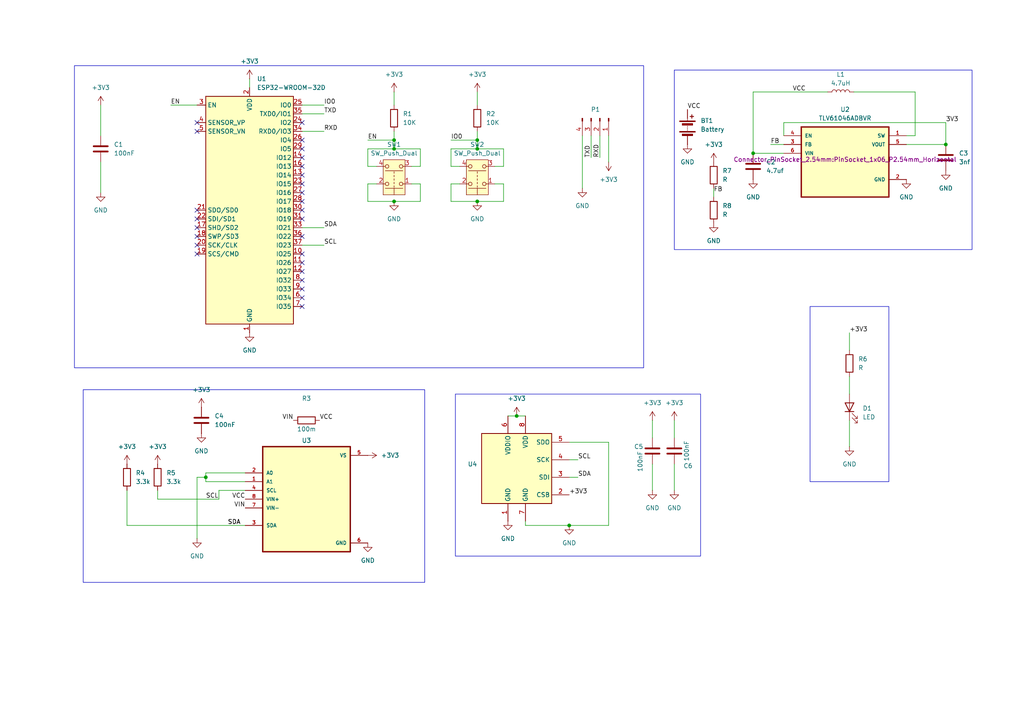
<source format=kicad_sch>
(kicad_sch
	(version 20250114)
	(generator "eeschema")
	(generator_version "9.0")
	(uuid "3efe7508-c7dc-461e-93d7-c7de4c894297")
	(paper "A4")
	(lib_symbols
		(symbol "Connector:Conn_01x04_Pin"
			(pin_names
				(offset 1.016)
				(hide yes)
			)
			(exclude_from_sim no)
			(in_bom yes)
			(on_board yes)
			(property "Reference" "J"
				(at 0 5.08 0)
				(effects
					(font
						(size 1.27 1.27)
					)
				)
			)
			(property "Value" "Conn_01x04_Pin"
				(at 0 -7.62 0)
				(effects
					(font
						(size 1.27 1.27)
					)
				)
			)
			(property "Footprint" ""
				(at 0 0 0)
				(effects
					(font
						(size 1.27 1.27)
					)
					(hide yes)
				)
			)
			(property "Datasheet" "~"
				(at 0 0 0)
				(effects
					(font
						(size 1.27 1.27)
					)
					(hide yes)
				)
			)
			(property "Description" "Generic connector, single row, 01x04, script generated"
				(at 0 0 0)
				(effects
					(font
						(size 1.27 1.27)
					)
					(hide yes)
				)
			)
			(property "ki_locked" ""
				(at 0 0 0)
				(effects
					(font
						(size 1.27 1.27)
					)
				)
			)
			(property "ki_keywords" "connector"
				(at 0 0 0)
				(effects
					(font
						(size 1.27 1.27)
					)
					(hide yes)
				)
			)
			(property "ki_fp_filters" "Connector*:*_1x??_*"
				(at 0 0 0)
				(effects
					(font
						(size 1.27 1.27)
					)
					(hide yes)
				)
			)
			(symbol "Conn_01x04_Pin_1_1"
				(rectangle
					(start 0.8636 2.667)
					(end 0 2.413)
					(stroke
						(width 0.1524)
						(type default)
					)
					(fill
						(type outline)
					)
				)
				(rectangle
					(start 0.8636 0.127)
					(end 0 -0.127)
					(stroke
						(width 0.1524)
						(type default)
					)
					(fill
						(type outline)
					)
				)
				(rectangle
					(start 0.8636 -2.413)
					(end 0 -2.667)
					(stroke
						(width 0.1524)
						(type default)
					)
					(fill
						(type outline)
					)
				)
				(rectangle
					(start 0.8636 -4.953)
					(end 0 -5.207)
					(stroke
						(width 0.1524)
						(type default)
					)
					(fill
						(type outline)
					)
				)
				(polyline
					(pts
						(xy 1.27 2.54) (xy 0.8636 2.54)
					)
					(stroke
						(width 0.1524)
						(type default)
					)
					(fill
						(type none)
					)
				)
				(polyline
					(pts
						(xy 1.27 0) (xy 0.8636 0)
					)
					(stroke
						(width 0.1524)
						(type default)
					)
					(fill
						(type none)
					)
				)
				(polyline
					(pts
						(xy 1.27 -2.54) (xy 0.8636 -2.54)
					)
					(stroke
						(width 0.1524)
						(type default)
					)
					(fill
						(type none)
					)
				)
				(polyline
					(pts
						(xy 1.27 -5.08) (xy 0.8636 -5.08)
					)
					(stroke
						(width 0.1524)
						(type default)
					)
					(fill
						(type none)
					)
				)
				(pin passive line
					(at 5.08 2.54 180)
					(length 3.81)
					(name "Pin_1"
						(effects
							(font
								(size 1.27 1.27)
							)
						)
					)
					(number "1"
						(effects
							(font
								(size 1.27 1.27)
							)
						)
					)
				)
				(pin passive line
					(at 5.08 0 180)
					(length 3.81)
					(name "Pin_2"
						(effects
							(font
								(size 1.27 1.27)
							)
						)
					)
					(number "2"
						(effects
							(font
								(size 1.27 1.27)
							)
						)
					)
				)
				(pin passive line
					(at 5.08 -2.54 180)
					(length 3.81)
					(name "Pin_3"
						(effects
							(font
								(size 1.27 1.27)
							)
						)
					)
					(number "3"
						(effects
							(font
								(size 1.27 1.27)
							)
						)
					)
				)
				(pin passive line
					(at 5.08 -5.08 180)
					(length 3.81)
					(name "Pin_4"
						(effects
							(font
								(size 1.27 1.27)
							)
						)
					)
					(number "4"
						(effects
							(font
								(size 1.27 1.27)
							)
						)
					)
				)
			)
			(embedded_fonts no)
		)
		(symbol "Device:Battery"
			(pin_numbers
				(hide yes)
			)
			(pin_names
				(offset 0)
				(hide yes)
			)
			(exclude_from_sim no)
			(in_bom yes)
			(on_board yes)
			(property "Reference" "BT"
				(at 2.54 2.54 0)
				(effects
					(font
						(size 1.27 1.27)
					)
					(justify left)
				)
			)
			(property "Value" "Battery"
				(at 2.54 0 0)
				(effects
					(font
						(size 1.27 1.27)
					)
					(justify left)
				)
			)
			(property "Footprint" ""
				(at 0 1.524 90)
				(effects
					(font
						(size 1.27 1.27)
					)
					(hide yes)
				)
			)
			(property "Datasheet" "~"
				(at 0 1.524 90)
				(effects
					(font
						(size 1.27 1.27)
					)
					(hide yes)
				)
			)
			(property "Description" "Multiple-cell battery"
				(at 0 0 0)
				(effects
					(font
						(size 1.27 1.27)
					)
					(hide yes)
				)
			)
			(property "ki_keywords" "batt voltage-source cell"
				(at 0 0 0)
				(effects
					(font
						(size 1.27 1.27)
					)
					(hide yes)
				)
			)
			(symbol "Battery_0_1"
				(rectangle
					(start -2.286 1.778)
					(end 2.286 1.524)
					(stroke
						(width 0)
						(type default)
					)
					(fill
						(type outline)
					)
				)
				(rectangle
					(start -2.286 -1.27)
					(end 2.286 -1.524)
					(stroke
						(width 0)
						(type default)
					)
					(fill
						(type outline)
					)
				)
				(rectangle
					(start -1.524 1.016)
					(end 1.524 0.508)
					(stroke
						(width 0)
						(type default)
					)
					(fill
						(type outline)
					)
				)
				(rectangle
					(start -1.524 -2.032)
					(end 1.524 -2.54)
					(stroke
						(width 0)
						(type default)
					)
					(fill
						(type outline)
					)
				)
				(polyline
					(pts
						(xy 0 1.778) (xy 0 2.54)
					)
					(stroke
						(width 0)
						(type default)
					)
					(fill
						(type none)
					)
				)
				(polyline
					(pts
						(xy 0 0) (xy 0 0.254)
					)
					(stroke
						(width 0)
						(type default)
					)
					(fill
						(type none)
					)
				)
				(polyline
					(pts
						(xy 0 -0.508) (xy 0 -0.254)
					)
					(stroke
						(width 0)
						(type default)
					)
					(fill
						(type none)
					)
				)
				(polyline
					(pts
						(xy 0 -1.016) (xy 0 -0.762)
					)
					(stroke
						(width 0)
						(type default)
					)
					(fill
						(type none)
					)
				)
				(polyline
					(pts
						(xy 0.762 3.048) (xy 1.778 3.048)
					)
					(stroke
						(width 0.254)
						(type default)
					)
					(fill
						(type none)
					)
				)
				(polyline
					(pts
						(xy 1.27 3.556) (xy 1.27 2.54)
					)
					(stroke
						(width 0.254)
						(type default)
					)
					(fill
						(type none)
					)
				)
			)
			(symbol "Battery_1_1"
				(pin passive line
					(at 0 5.08 270)
					(length 2.54)
					(name "+"
						(effects
							(font
								(size 1.27 1.27)
							)
						)
					)
					(number "1"
						(effects
							(font
								(size 1.27 1.27)
							)
						)
					)
				)
				(pin passive line
					(at 0 -5.08 90)
					(length 2.54)
					(name "-"
						(effects
							(font
								(size 1.27 1.27)
							)
						)
					)
					(number "2"
						(effects
							(font
								(size 1.27 1.27)
							)
						)
					)
				)
			)
			(embedded_fonts no)
		)
		(symbol "Device:C"
			(pin_numbers
				(hide yes)
			)
			(pin_names
				(offset 0.254)
			)
			(exclude_from_sim no)
			(in_bom yes)
			(on_board yes)
			(property "Reference" "C"
				(at 0.635 2.54 0)
				(effects
					(font
						(size 1.27 1.27)
					)
					(justify left)
				)
			)
			(property "Value" "C"
				(at 0.635 -2.54 0)
				(effects
					(font
						(size 1.27 1.27)
					)
					(justify left)
				)
			)
			(property "Footprint" ""
				(at 0.9652 -3.81 0)
				(effects
					(font
						(size 1.27 1.27)
					)
					(hide yes)
				)
			)
			(property "Datasheet" "~"
				(at 0 0 0)
				(effects
					(font
						(size 1.27 1.27)
					)
					(hide yes)
				)
			)
			(property "Description" "Unpolarized capacitor"
				(at 0 0 0)
				(effects
					(font
						(size 1.27 1.27)
					)
					(hide yes)
				)
			)
			(property "ki_keywords" "cap capacitor"
				(at 0 0 0)
				(effects
					(font
						(size 1.27 1.27)
					)
					(hide yes)
				)
			)
			(property "ki_fp_filters" "C_*"
				(at 0 0 0)
				(effects
					(font
						(size 1.27 1.27)
					)
					(hide yes)
				)
			)
			(symbol "C_0_1"
				(polyline
					(pts
						(xy -2.032 0.762) (xy 2.032 0.762)
					)
					(stroke
						(width 0.508)
						(type default)
					)
					(fill
						(type none)
					)
				)
				(polyline
					(pts
						(xy -2.032 -0.762) (xy 2.032 -0.762)
					)
					(stroke
						(width 0.508)
						(type default)
					)
					(fill
						(type none)
					)
				)
			)
			(symbol "C_1_1"
				(pin passive line
					(at 0 3.81 270)
					(length 2.794)
					(name "~"
						(effects
							(font
								(size 1.27 1.27)
							)
						)
					)
					(number "1"
						(effects
							(font
								(size 1.27 1.27)
							)
						)
					)
				)
				(pin passive line
					(at 0 -3.81 90)
					(length 2.794)
					(name "~"
						(effects
							(font
								(size 1.27 1.27)
							)
						)
					)
					(number "2"
						(effects
							(font
								(size 1.27 1.27)
							)
						)
					)
				)
			)
			(embedded_fonts no)
		)
		(symbol "Device:L"
			(pin_numbers
				(hide yes)
			)
			(pin_names
				(offset 1.016)
				(hide yes)
			)
			(exclude_from_sim no)
			(in_bom yes)
			(on_board yes)
			(property "Reference" "L"
				(at -1.27 0 90)
				(effects
					(font
						(size 1.27 1.27)
					)
				)
			)
			(property "Value" "L"
				(at 1.905 0 90)
				(effects
					(font
						(size 1.27 1.27)
					)
				)
			)
			(property "Footprint" ""
				(at 0 0 0)
				(effects
					(font
						(size 1.27 1.27)
					)
					(hide yes)
				)
			)
			(property "Datasheet" "~"
				(at 0 0 0)
				(effects
					(font
						(size 1.27 1.27)
					)
					(hide yes)
				)
			)
			(property "Description" "Inductor"
				(at 0 0 0)
				(effects
					(font
						(size 1.27 1.27)
					)
					(hide yes)
				)
			)
			(property "ki_keywords" "inductor choke coil reactor magnetic"
				(at 0 0 0)
				(effects
					(font
						(size 1.27 1.27)
					)
					(hide yes)
				)
			)
			(property "ki_fp_filters" "Choke_* *Coil* Inductor_* L_*"
				(at 0 0 0)
				(effects
					(font
						(size 1.27 1.27)
					)
					(hide yes)
				)
			)
			(symbol "L_0_1"
				(arc
					(start 0 2.54)
					(mid 0.6323 1.905)
					(end 0 1.27)
					(stroke
						(width 0)
						(type default)
					)
					(fill
						(type none)
					)
				)
				(arc
					(start 0 1.27)
					(mid 0.6323 0.635)
					(end 0 0)
					(stroke
						(width 0)
						(type default)
					)
					(fill
						(type none)
					)
				)
				(arc
					(start 0 0)
					(mid 0.6323 -0.635)
					(end 0 -1.27)
					(stroke
						(width 0)
						(type default)
					)
					(fill
						(type none)
					)
				)
				(arc
					(start 0 -1.27)
					(mid 0.6323 -1.905)
					(end 0 -2.54)
					(stroke
						(width 0)
						(type default)
					)
					(fill
						(type none)
					)
				)
			)
			(symbol "L_1_1"
				(pin passive line
					(at 0 3.81 270)
					(length 1.27)
					(name "1"
						(effects
							(font
								(size 1.27 1.27)
							)
						)
					)
					(number "1"
						(effects
							(font
								(size 1.27 1.27)
							)
						)
					)
				)
				(pin passive line
					(at 0 -3.81 90)
					(length 1.27)
					(name "2"
						(effects
							(font
								(size 1.27 1.27)
							)
						)
					)
					(number "2"
						(effects
							(font
								(size 1.27 1.27)
							)
						)
					)
				)
			)
			(embedded_fonts no)
		)
		(symbol "Device:LED"
			(pin_numbers
				(hide yes)
			)
			(pin_names
				(offset 1.016)
				(hide yes)
			)
			(exclude_from_sim no)
			(in_bom yes)
			(on_board yes)
			(property "Reference" "D"
				(at 0 2.54 0)
				(effects
					(font
						(size 1.27 1.27)
					)
				)
			)
			(property "Value" "LED"
				(at 0 -2.54 0)
				(effects
					(font
						(size 1.27 1.27)
					)
				)
			)
			(property "Footprint" ""
				(at 0 0 0)
				(effects
					(font
						(size 1.27 1.27)
					)
					(hide yes)
				)
			)
			(property "Datasheet" "~"
				(at 0 0 0)
				(effects
					(font
						(size 1.27 1.27)
					)
					(hide yes)
				)
			)
			(property "Description" "Light emitting diode"
				(at 0 0 0)
				(effects
					(font
						(size 1.27 1.27)
					)
					(hide yes)
				)
			)
			(property "Sim.Pins" "1=K 2=A"
				(at 0 0 0)
				(effects
					(font
						(size 1.27 1.27)
					)
					(hide yes)
				)
			)
			(property "ki_keywords" "LED diode"
				(at 0 0 0)
				(effects
					(font
						(size 1.27 1.27)
					)
					(hide yes)
				)
			)
			(property "ki_fp_filters" "LED* LED_SMD:* LED_THT:*"
				(at 0 0 0)
				(effects
					(font
						(size 1.27 1.27)
					)
					(hide yes)
				)
			)
			(symbol "LED_0_1"
				(polyline
					(pts
						(xy -3.048 -0.762) (xy -4.572 -2.286) (xy -3.81 -2.286) (xy -4.572 -2.286) (xy -4.572 -1.524)
					)
					(stroke
						(width 0)
						(type default)
					)
					(fill
						(type none)
					)
				)
				(polyline
					(pts
						(xy -1.778 -0.762) (xy -3.302 -2.286) (xy -2.54 -2.286) (xy -3.302 -2.286) (xy -3.302 -1.524)
					)
					(stroke
						(width 0)
						(type default)
					)
					(fill
						(type none)
					)
				)
				(polyline
					(pts
						(xy -1.27 0) (xy 1.27 0)
					)
					(stroke
						(width 0)
						(type default)
					)
					(fill
						(type none)
					)
				)
				(polyline
					(pts
						(xy -1.27 -1.27) (xy -1.27 1.27)
					)
					(stroke
						(width 0.254)
						(type default)
					)
					(fill
						(type none)
					)
				)
				(polyline
					(pts
						(xy 1.27 -1.27) (xy 1.27 1.27) (xy -1.27 0) (xy 1.27 -1.27)
					)
					(stroke
						(width 0.254)
						(type default)
					)
					(fill
						(type none)
					)
				)
			)
			(symbol "LED_1_1"
				(pin passive line
					(at -3.81 0 0)
					(length 2.54)
					(name "K"
						(effects
							(font
								(size 1.27 1.27)
							)
						)
					)
					(number "1"
						(effects
							(font
								(size 1.27 1.27)
							)
						)
					)
				)
				(pin passive line
					(at 3.81 0 180)
					(length 2.54)
					(name "A"
						(effects
							(font
								(size 1.27 1.27)
							)
						)
					)
					(number "2"
						(effects
							(font
								(size 1.27 1.27)
							)
						)
					)
				)
			)
			(embedded_fonts no)
		)
		(symbol "Device:R"
			(pin_numbers
				(hide yes)
			)
			(pin_names
				(offset 0)
			)
			(exclude_from_sim no)
			(in_bom yes)
			(on_board yes)
			(property "Reference" "R"
				(at 2.032 0 90)
				(effects
					(font
						(size 1.27 1.27)
					)
				)
			)
			(property "Value" "R"
				(at 0 0 90)
				(effects
					(font
						(size 1.27 1.27)
					)
				)
			)
			(property "Footprint" ""
				(at -1.778 0 90)
				(effects
					(font
						(size 1.27 1.27)
					)
					(hide yes)
				)
			)
			(property "Datasheet" "~"
				(at 0 0 0)
				(effects
					(font
						(size 1.27 1.27)
					)
					(hide yes)
				)
			)
			(property "Description" "Resistor"
				(at 0 0 0)
				(effects
					(font
						(size 1.27 1.27)
					)
					(hide yes)
				)
			)
			(property "ki_keywords" "R res resistor"
				(at 0 0 0)
				(effects
					(font
						(size 1.27 1.27)
					)
					(hide yes)
				)
			)
			(property "ki_fp_filters" "R_*"
				(at 0 0 0)
				(effects
					(font
						(size 1.27 1.27)
					)
					(hide yes)
				)
			)
			(symbol "R_0_1"
				(rectangle
					(start -1.016 -2.54)
					(end 1.016 2.54)
					(stroke
						(width 0.254)
						(type default)
					)
					(fill
						(type none)
					)
				)
			)
			(symbol "R_1_1"
				(pin passive line
					(at 0 3.81 270)
					(length 1.27)
					(name "~"
						(effects
							(font
								(size 1.27 1.27)
							)
						)
					)
					(number "1"
						(effects
							(font
								(size 1.27 1.27)
							)
						)
					)
				)
				(pin passive line
					(at 0 -3.81 90)
					(length 1.27)
					(name "~"
						(effects
							(font
								(size 1.27 1.27)
							)
						)
					)
					(number "2"
						(effects
							(font
								(size 1.27 1.27)
							)
						)
					)
				)
			)
			(embedded_fonts no)
		)
		(symbol "INA219BIDR:INA219BIDR"
			(pin_names
				(offset 1.016)
			)
			(exclude_from_sim no)
			(in_bom yes)
			(on_board yes)
			(property "Reference" "U"
				(at -12.7 16.24 0)
				(effects
					(font
						(size 1.27 1.27)
					)
					(justify left bottom)
				)
			)
			(property "Value" "INA219BIDR"
				(at -12.7 -19.24 0)
				(effects
					(font
						(size 1.27 1.27)
					)
					(justify left bottom)
				)
			)
			(property "Footprint" "INA219BIDR:SOIC127P599X175-8N"
				(at 0 0 0)
				(effects
					(font
						(size 1.27 1.27)
					)
					(justify bottom)
					(hide yes)
				)
			)
			(property "Datasheet" ""
				(at 0 0 0)
				(effects
					(font
						(size 1.27 1.27)
					)
					(hide yes)
				)
			)
			(property "Description" ""
				(at 0 0 0)
				(effects
					(font
						(size 1.27 1.27)
					)
					(hide yes)
				)
			)
			(property "MF" "Texas Instruments"
				(at 0 0 0)
				(effects
					(font
						(size 1.27 1.27)
					)
					(justify bottom)
					(hide yes)
				)
			)
			(property "Description_1" "26-V 12-bit I2C output digital power monitor"
				(at 0 0 0)
				(effects
					(font
						(size 1.27 1.27)
					)
					(justify bottom)
					(hide yes)
				)
			)
			(property "Package" "SOIC-8 Texas Instruments"
				(at 0 0 0)
				(effects
					(font
						(size 1.27 1.27)
					)
					(justify bottom)
					(hide yes)
				)
			)
			(property "Price" "None"
				(at 0 0 0)
				(effects
					(font
						(size 1.27 1.27)
					)
					(justify bottom)
					(hide yes)
				)
			)
			(property "SnapEDA_Link" "https://www.snapeda.com/parts/INA219BIDR/Texas+Instruments/view-part/?ref=snap"
				(at 0 0 0)
				(effects
					(font
						(size 1.27 1.27)
					)
					(justify bottom)
					(hide yes)
				)
			)
			(property "MP" "INA219BIDR"
				(at 0 0 0)
				(effects
					(font
						(size 1.27 1.27)
					)
					(justify bottom)
					(hide yes)
				)
			)
			(property "Availability" "In Stock"
				(at 0 0 0)
				(effects
					(font
						(size 1.27 1.27)
					)
					(justify bottom)
					(hide yes)
				)
			)
			(property "Check_prices" "https://www.snapeda.com/parts/INA219BIDR/Texas+Instruments/view-part/?ref=eda"
				(at 0 0 0)
				(effects
					(font
						(size 1.27 1.27)
					)
					(justify bottom)
					(hide yes)
				)
			)
			(symbol "INA219BIDR_0_0"
				(rectangle
					(start -12.7 -15.24)
					(end 12.7 15.24)
					(stroke
						(width 0.41)
						(type default)
					)
					(fill
						(type background)
					)
				)
				(pin input line
					(at -17.78 7.62 0)
					(length 5.08)
					(name "A0"
						(effects
							(font
								(size 1.016 1.016)
							)
						)
					)
					(number "2"
						(effects
							(font
								(size 1.016 1.016)
							)
						)
					)
				)
				(pin input line
					(at -17.78 5.08 0)
					(length 5.08)
					(name "A1"
						(effects
							(font
								(size 1.016 1.016)
							)
						)
					)
					(number "1"
						(effects
							(font
								(size 1.016 1.016)
							)
						)
					)
				)
				(pin input line
					(at -17.78 2.54 0)
					(length 5.08)
					(name "SCL"
						(effects
							(font
								(size 1.016 1.016)
							)
						)
					)
					(number "4"
						(effects
							(font
								(size 1.016 1.016)
							)
						)
					)
				)
				(pin input line
					(at -17.78 0 0)
					(length 5.08)
					(name "VIN+"
						(effects
							(font
								(size 1.016 1.016)
							)
						)
					)
					(number "8"
						(effects
							(font
								(size 1.016 1.016)
							)
						)
					)
				)
				(pin input line
					(at -17.78 -2.54 0)
					(length 5.08)
					(name "VIN-"
						(effects
							(font
								(size 1.016 1.016)
							)
						)
					)
					(number "7"
						(effects
							(font
								(size 1.016 1.016)
							)
						)
					)
				)
				(pin bidirectional line
					(at -17.78 -7.62 0)
					(length 5.08)
					(name "SDA"
						(effects
							(font
								(size 1.016 1.016)
							)
						)
					)
					(number "3"
						(effects
							(font
								(size 1.016 1.016)
							)
						)
					)
				)
				(pin power_in line
					(at 17.78 12.7 180)
					(length 5.08)
					(name "VS"
						(effects
							(font
								(size 1.016 1.016)
							)
						)
					)
					(number "5"
						(effects
							(font
								(size 1.016 1.016)
							)
						)
					)
				)
				(pin power_in line
					(at 17.78 -12.7 180)
					(length 5.08)
					(name "GND"
						(effects
							(font
								(size 1.016 1.016)
							)
						)
					)
					(number "6"
						(effects
							(font
								(size 1.016 1.016)
							)
						)
					)
				)
			)
			(embedded_fonts no)
		)
		(symbol "RF_Module:ESP32-WROOM-32D"
			(exclude_from_sim no)
			(in_bom yes)
			(on_board yes)
			(property "Reference" "U"
				(at -12.7 34.29 0)
				(effects
					(font
						(size 1.27 1.27)
					)
					(justify left)
				)
			)
			(property "Value" "ESP32-WROOM-32D"
				(at 1.27 34.29 0)
				(effects
					(font
						(size 1.27 1.27)
					)
					(justify left)
				)
			)
			(property "Footprint" "RF_Module:ESP32-WROOM-32D"
				(at 16.51 -34.29 0)
				(effects
					(font
						(size 1.27 1.27)
					)
					(hide yes)
				)
			)
			(property "Datasheet" "https://www.espressif.com/sites/default/files/documentation/esp32-wroom-32d_esp32-wroom-32u_datasheet_en.pdf"
				(at -7.62 1.27 0)
				(effects
					(font
						(size 1.27 1.27)
					)
					(hide yes)
				)
			)
			(property "Description" "RF Module, ESP32-D0WD SoC, Wi-Fi 802.11b/g/n, Bluetooth, BLE, 32-bit, 2.7-3.6V, onboard antenna, SMD"
				(at 0 0 0)
				(effects
					(font
						(size 1.27 1.27)
					)
					(hide yes)
				)
			)
			(property "ki_keywords" "RF Radio BT ESP ESP32 Espressif onboard PCB antenna"
				(at 0 0 0)
				(effects
					(font
						(size 1.27 1.27)
					)
					(hide yes)
				)
			)
			(property "ki_fp_filters" "ESP32?WROOM?32D*"
				(at 0 0 0)
				(effects
					(font
						(size 1.27 1.27)
					)
					(hide yes)
				)
			)
			(symbol "ESP32-WROOM-32D_0_1"
				(rectangle
					(start -12.7 33.02)
					(end 12.7 -33.02)
					(stroke
						(width 0.254)
						(type default)
					)
					(fill
						(type background)
					)
				)
			)
			(symbol "ESP32-WROOM-32D_1_1"
				(pin input line
					(at -15.24 30.48 0)
					(length 2.54)
					(name "EN"
						(effects
							(font
								(size 1.27 1.27)
							)
						)
					)
					(number "3"
						(effects
							(font
								(size 1.27 1.27)
							)
						)
					)
				)
				(pin input line
					(at -15.24 25.4 0)
					(length 2.54)
					(name "SENSOR_VP"
						(effects
							(font
								(size 1.27 1.27)
							)
						)
					)
					(number "4"
						(effects
							(font
								(size 1.27 1.27)
							)
						)
					)
				)
				(pin input line
					(at -15.24 22.86 0)
					(length 2.54)
					(name "SENSOR_VN"
						(effects
							(font
								(size 1.27 1.27)
							)
						)
					)
					(number "5"
						(effects
							(font
								(size 1.27 1.27)
							)
						)
					)
				)
				(pin bidirectional line
					(at -15.24 0 0)
					(length 2.54)
					(name "SDO/SD0"
						(effects
							(font
								(size 1.27 1.27)
							)
						)
					)
					(number "21"
						(effects
							(font
								(size 1.27 1.27)
							)
						)
					)
				)
				(pin bidirectional line
					(at -15.24 -2.54 0)
					(length 2.54)
					(name "SDI/SD1"
						(effects
							(font
								(size 1.27 1.27)
							)
						)
					)
					(number "22"
						(effects
							(font
								(size 1.27 1.27)
							)
						)
					)
				)
				(pin bidirectional line
					(at -15.24 -5.08 0)
					(length 2.54)
					(name "SHD/SD2"
						(effects
							(font
								(size 1.27 1.27)
							)
						)
					)
					(number "17"
						(effects
							(font
								(size 1.27 1.27)
							)
						)
					)
				)
				(pin bidirectional line
					(at -15.24 -7.62 0)
					(length 2.54)
					(name "SWP/SD3"
						(effects
							(font
								(size 1.27 1.27)
							)
						)
					)
					(number "18"
						(effects
							(font
								(size 1.27 1.27)
							)
						)
					)
				)
				(pin bidirectional line
					(at -15.24 -10.16 0)
					(length 2.54)
					(name "SCK/CLK"
						(effects
							(font
								(size 1.27 1.27)
							)
						)
					)
					(number "20"
						(effects
							(font
								(size 1.27 1.27)
							)
						)
					)
				)
				(pin bidirectional line
					(at -15.24 -12.7 0)
					(length 2.54)
					(name "SCS/CMD"
						(effects
							(font
								(size 1.27 1.27)
							)
						)
					)
					(number "19"
						(effects
							(font
								(size 1.27 1.27)
							)
						)
					)
				)
				(pin no_connect line
					(at -12.7 -27.94 0)
					(length 2.54)
					(hide yes)
					(name "NC"
						(effects
							(font
								(size 1.27 1.27)
							)
						)
					)
					(number "32"
						(effects
							(font
								(size 1.27 1.27)
							)
						)
					)
				)
				(pin power_in line
					(at 0 35.56 270)
					(length 2.54)
					(name "VDD"
						(effects
							(font
								(size 1.27 1.27)
							)
						)
					)
					(number "2"
						(effects
							(font
								(size 1.27 1.27)
							)
						)
					)
				)
				(pin power_in line
					(at 0 -35.56 90)
					(length 2.54)
					(name "GND"
						(effects
							(font
								(size 1.27 1.27)
							)
						)
					)
					(number "1"
						(effects
							(font
								(size 1.27 1.27)
							)
						)
					)
				)
				(pin passive line
					(at 0 -35.56 90)
					(length 2.54)
					(hide yes)
					(name "GND"
						(effects
							(font
								(size 1.27 1.27)
							)
						)
					)
					(number "15"
						(effects
							(font
								(size 1.27 1.27)
							)
						)
					)
				)
				(pin passive line
					(at 0 -35.56 90)
					(length 2.54)
					(hide yes)
					(name "GND"
						(effects
							(font
								(size 1.27 1.27)
							)
						)
					)
					(number "38"
						(effects
							(font
								(size 1.27 1.27)
							)
						)
					)
				)
				(pin passive line
					(at 0 -35.56 90)
					(length 2.54)
					(hide yes)
					(name "GND"
						(effects
							(font
								(size 1.27 1.27)
							)
						)
					)
					(number "39"
						(effects
							(font
								(size 1.27 1.27)
							)
						)
					)
				)
				(pin bidirectional line
					(at 15.24 30.48 180)
					(length 2.54)
					(name "IO0"
						(effects
							(font
								(size 1.27 1.27)
							)
						)
					)
					(number "25"
						(effects
							(font
								(size 1.27 1.27)
							)
						)
					)
				)
				(pin bidirectional line
					(at 15.24 27.94 180)
					(length 2.54)
					(name "TXD0/IO1"
						(effects
							(font
								(size 1.27 1.27)
							)
						)
					)
					(number "35"
						(effects
							(font
								(size 1.27 1.27)
							)
						)
					)
				)
				(pin bidirectional line
					(at 15.24 25.4 180)
					(length 2.54)
					(name "IO2"
						(effects
							(font
								(size 1.27 1.27)
							)
						)
					)
					(number "24"
						(effects
							(font
								(size 1.27 1.27)
							)
						)
					)
				)
				(pin bidirectional line
					(at 15.24 22.86 180)
					(length 2.54)
					(name "RXD0/IO3"
						(effects
							(font
								(size 1.27 1.27)
							)
						)
					)
					(number "34"
						(effects
							(font
								(size 1.27 1.27)
							)
						)
					)
				)
				(pin bidirectional line
					(at 15.24 20.32 180)
					(length 2.54)
					(name "IO4"
						(effects
							(font
								(size 1.27 1.27)
							)
						)
					)
					(number "26"
						(effects
							(font
								(size 1.27 1.27)
							)
						)
					)
				)
				(pin bidirectional line
					(at 15.24 17.78 180)
					(length 2.54)
					(name "IO5"
						(effects
							(font
								(size 1.27 1.27)
							)
						)
					)
					(number "29"
						(effects
							(font
								(size 1.27 1.27)
							)
						)
					)
				)
				(pin bidirectional line
					(at 15.24 15.24 180)
					(length 2.54)
					(name "IO12"
						(effects
							(font
								(size 1.27 1.27)
							)
						)
					)
					(number "14"
						(effects
							(font
								(size 1.27 1.27)
							)
						)
					)
				)
				(pin bidirectional line
					(at 15.24 12.7 180)
					(length 2.54)
					(name "IO13"
						(effects
							(font
								(size 1.27 1.27)
							)
						)
					)
					(number "16"
						(effects
							(font
								(size 1.27 1.27)
							)
						)
					)
				)
				(pin bidirectional line
					(at 15.24 10.16 180)
					(length 2.54)
					(name "IO14"
						(effects
							(font
								(size 1.27 1.27)
							)
						)
					)
					(number "13"
						(effects
							(font
								(size 1.27 1.27)
							)
						)
					)
				)
				(pin bidirectional line
					(at 15.24 7.62 180)
					(length 2.54)
					(name "IO15"
						(effects
							(font
								(size 1.27 1.27)
							)
						)
					)
					(number "23"
						(effects
							(font
								(size 1.27 1.27)
							)
						)
					)
				)
				(pin bidirectional line
					(at 15.24 5.08 180)
					(length 2.54)
					(name "IO16"
						(effects
							(font
								(size 1.27 1.27)
							)
						)
					)
					(number "27"
						(effects
							(font
								(size 1.27 1.27)
							)
						)
					)
				)
				(pin bidirectional line
					(at 15.24 2.54 180)
					(length 2.54)
					(name "IO17"
						(effects
							(font
								(size 1.27 1.27)
							)
						)
					)
					(number "28"
						(effects
							(font
								(size 1.27 1.27)
							)
						)
					)
				)
				(pin bidirectional line
					(at 15.24 0 180)
					(length 2.54)
					(name "IO18"
						(effects
							(font
								(size 1.27 1.27)
							)
						)
					)
					(number "30"
						(effects
							(font
								(size 1.27 1.27)
							)
						)
					)
				)
				(pin bidirectional line
					(at 15.24 -2.54 180)
					(length 2.54)
					(name "IO19"
						(effects
							(font
								(size 1.27 1.27)
							)
						)
					)
					(number "31"
						(effects
							(font
								(size 1.27 1.27)
							)
						)
					)
				)
				(pin bidirectional line
					(at 15.24 -5.08 180)
					(length 2.54)
					(name "IO21"
						(effects
							(font
								(size 1.27 1.27)
							)
						)
					)
					(number "33"
						(effects
							(font
								(size 1.27 1.27)
							)
						)
					)
				)
				(pin bidirectional line
					(at 15.24 -7.62 180)
					(length 2.54)
					(name "IO22"
						(effects
							(font
								(size 1.27 1.27)
							)
						)
					)
					(number "36"
						(effects
							(font
								(size 1.27 1.27)
							)
						)
					)
				)
				(pin bidirectional line
					(at 15.24 -10.16 180)
					(length 2.54)
					(name "IO23"
						(effects
							(font
								(size 1.27 1.27)
							)
						)
					)
					(number "37"
						(effects
							(font
								(size 1.27 1.27)
							)
						)
					)
				)
				(pin bidirectional line
					(at 15.24 -12.7 180)
					(length 2.54)
					(name "IO25"
						(effects
							(font
								(size 1.27 1.27)
							)
						)
					)
					(number "10"
						(effects
							(font
								(size 1.27 1.27)
							)
						)
					)
				)
				(pin bidirectional line
					(at 15.24 -15.24 180)
					(length 2.54)
					(name "IO26"
						(effects
							(font
								(size 1.27 1.27)
							)
						)
					)
					(number "11"
						(effects
							(font
								(size 1.27 1.27)
							)
						)
					)
				)
				(pin bidirectional line
					(at 15.24 -17.78 180)
					(length 2.54)
					(name "IO27"
						(effects
							(font
								(size 1.27 1.27)
							)
						)
					)
					(number "12"
						(effects
							(font
								(size 1.27 1.27)
							)
						)
					)
				)
				(pin bidirectional line
					(at 15.24 -20.32 180)
					(length 2.54)
					(name "IO32"
						(effects
							(font
								(size 1.27 1.27)
							)
						)
					)
					(number "8"
						(effects
							(font
								(size 1.27 1.27)
							)
						)
					)
				)
				(pin bidirectional line
					(at 15.24 -22.86 180)
					(length 2.54)
					(name "IO33"
						(effects
							(font
								(size 1.27 1.27)
							)
						)
					)
					(number "9"
						(effects
							(font
								(size 1.27 1.27)
							)
						)
					)
				)
				(pin input line
					(at 15.24 -25.4 180)
					(length 2.54)
					(name "IO34"
						(effects
							(font
								(size 1.27 1.27)
							)
						)
					)
					(number "6"
						(effects
							(font
								(size 1.27 1.27)
							)
						)
					)
				)
				(pin input line
					(at 15.24 -27.94 180)
					(length 2.54)
					(name "IO35"
						(effects
							(font
								(size 1.27 1.27)
							)
						)
					)
					(number "7"
						(effects
							(font
								(size 1.27 1.27)
							)
						)
					)
				)
			)
			(embedded_fonts no)
		)
		(symbol "Sensor:BME680"
			(exclude_from_sim no)
			(in_bom yes)
			(on_board yes)
			(property "Reference" "U"
				(at -8.89 11.43 0)
				(effects
					(font
						(size 1.27 1.27)
					)
				)
			)
			(property "Value" "BME680"
				(at 7.62 11.43 0)
				(effects
					(font
						(size 1.27 1.27)
					)
				)
			)
			(property "Footprint" "Package_LGA:Bosch_LGA-8_3x3mm_P0.8mm_ClockwisePinNumbering"
				(at 36.83 -11.43 0)
				(effects
					(font
						(size 1.27 1.27)
					)
					(hide yes)
				)
			)
			(property "Datasheet" "https://ae-bst.resource.bosch.com/media/_tech/media/datasheets/BST-BME680-DS001.pdf"
				(at 0 -5.08 0)
				(effects
					(font
						(size 1.27 1.27)
					)
					(hide yes)
				)
			)
			(property "Description" "4-in-1 sensor, gas, humidity, pressure, temperature, I2C and SPI interface, 1.71-3.6V, LGA-8"
				(at 0 0 0)
				(effects
					(font
						(size 1.27 1.27)
					)
					(hide yes)
				)
			)
			(property "ki_keywords" "Bosch gas pressure humidity temperature environment environmental measurement digital"
				(at 0 0 0)
				(effects
					(font
						(size 1.27 1.27)
					)
					(hide yes)
				)
			)
			(property "ki_fp_filters" "*LGA*3x3mm*P0.8mm*Clockwise*"
				(at 0 0 0)
				(effects
					(font
						(size 1.27 1.27)
					)
					(hide yes)
				)
			)
			(symbol "BME680_0_1"
				(rectangle
					(start -10.16 10.16)
					(end 10.16 -10.16)
					(stroke
						(width 0.254)
						(type default)
					)
					(fill
						(type background)
					)
				)
			)
			(symbol "BME680_1_1"
				(pin power_in line
					(at -2.54 15.24 270)
					(length 5.08)
					(name "VDDIO"
						(effects
							(font
								(size 1.27 1.27)
							)
						)
					)
					(number "6"
						(effects
							(font
								(size 1.27 1.27)
							)
						)
					)
				)
				(pin power_in line
					(at -2.54 -15.24 90)
					(length 5.08)
					(name "GND"
						(effects
							(font
								(size 1.27 1.27)
							)
						)
					)
					(number "1"
						(effects
							(font
								(size 1.27 1.27)
							)
						)
					)
				)
				(pin power_in line
					(at 2.54 15.24 270)
					(length 5.08)
					(name "VDD"
						(effects
							(font
								(size 1.27 1.27)
							)
						)
					)
					(number "8"
						(effects
							(font
								(size 1.27 1.27)
							)
						)
					)
				)
				(pin power_in line
					(at 2.54 -15.24 90)
					(length 5.08)
					(name "GND"
						(effects
							(font
								(size 1.27 1.27)
							)
						)
					)
					(number "7"
						(effects
							(font
								(size 1.27 1.27)
							)
						)
					)
				)
				(pin bidirectional line
					(at 15.24 7.62 180)
					(length 5.08)
					(name "SDO"
						(effects
							(font
								(size 1.27 1.27)
							)
						)
					)
					(number "5"
						(effects
							(font
								(size 1.27 1.27)
							)
						)
					)
				)
				(pin input line
					(at 15.24 2.54 180)
					(length 5.08)
					(name "SCK"
						(effects
							(font
								(size 1.27 1.27)
							)
						)
					)
					(number "4"
						(effects
							(font
								(size 1.27 1.27)
							)
						)
					)
				)
				(pin bidirectional line
					(at 15.24 -2.54 180)
					(length 5.08)
					(name "SDI"
						(effects
							(font
								(size 1.27 1.27)
							)
						)
					)
					(number "3"
						(effects
							(font
								(size 1.27 1.27)
							)
						)
					)
				)
				(pin input line
					(at 15.24 -7.62 180)
					(length 5.08)
					(name "CSB"
						(effects
							(font
								(size 1.27 1.27)
							)
						)
					)
					(number "2"
						(effects
							(font
								(size 1.27 1.27)
							)
						)
					)
				)
			)
			(embedded_fonts no)
		)
		(symbol "Switch:SW_Push_Dual"
			(pin_names
				(offset 1.016)
				(hide yes)
			)
			(exclude_from_sim no)
			(in_bom yes)
			(on_board yes)
			(property "Reference" "SW"
				(at 0 7.62 0)
				(effects
					(font
						(size 1.27 1.27)
					)
				)
			)
			(property "Value" "SW_Push_Dual"
				(at 0 -6.35 0)
				(effects
					(font
						(size 1.27 1.27)
					)
				)
			)
			(property "Footprint" ""
				(at 0 7.62 0)
				(effects
					(font
						(size 1.27 1.27)
					)
					(hide yes)
				)
			)
			(property "Datasheet" "~"
				(at 0 0 0)
				(effects
					(font
						(size 1.27 1.27)
					)
					(hide yes)
				)
			)
			(property "Description" "Push button switch, generic, symbol, four pins"
				(at 0 0 0)
				(effects
					(font
						(size 1.27 1.27)
					)
					(hide yes)
				)
			)
			(property "ki_keywords" "switch normally-open pushbutton push-button"
				(at 0 0 0)
				(effects
					(font
						(size 1.27 1.27)
					)
					(hide yes)
				)
			)
			(symbol "SW_Push_Dual_0_1"
				(circle
					(center -2.032 2.54)
					(radius 0.508)
					(stroke
						(width 0)
						(type default)
					)
					(fill
						(type none)
					)
				)
				(circle
					(center -2.032 -2.54)
					(radius 0.508)
					(stroke
						(width 0)
						(type default)
					)
					(fill
						(type none)
					)
				)
				(polyline
					(pts
						(xy 0 3.81) (xy 0 5.588)
					)
					(stroke
						(width 0)
						(type default)
					)
					(fill
						(type none)
					)
				)
				(polyline
					(pts
						(xy 0 3.048) (xy 0 3.556)
					)
					(stroke
						(width 0)
						(type default)
					)
					(fill
						(type none)
					)
				)
				(polyline
					(pts
						(xy 0 2.032) (xy 0 2.54)
					)
					(stroke
						(width 0)
						(type default)
					)
					(fill
						(type none)
					)
				)
				(polyline
					(pts
						(xy 0 1.016) (xy 0 1.524)
					)
					(stroke
						(width 0)
						(type default)
					)
					(fill
						(type none)
					)
				)
				(polyline
					(pts
						(xy 0 0.508) (xy 0 0)
					)
					(stroke
						(width 0)
						(type default)
					)
					(fill
						(type none)
					)
				)
				(polyline
					(pts
						(xy 0 -0.508) (xy 0 -1.016)
					)
					(stroke
						(width 0)
						(type default)
					)
					(fill
						(type none)
					)
				)
				(circle
					(center 2.032 2.54)
					(radius 0.508)
					(stroke
						(width 0)
						(type default)
					)
					(fill
						(type none)
					)
				)
				(circle
					(center 2.032 -2.54)
					(radius 0.508)
					(stroke
						(width 0)
						(type default)
					)
					(fill
						(type none)
					)
				)
				(polyline
					(pts
						(xy 2.54 3.81) (xy -2.54 3.81)
					)
					(stroke
						(width 0)
						(type default)
					)
					(fill
						(type none)
					)
				)
				(polyline
					(pts
						(xy 2.54 -1.27) (xy -2.54 -1.27)
					)
					(stroke
						(width 0)
						(type default)
					)
					(fill
						(type none)
					)
				)
				(pin passive line
					(at -5.08 2.54 0)
					(length 2.54)
					(name "1"
						(effects
							(font
								(size 1.27 1.27)
							)
						)
					)
					(number "1"
						(effects
							(font
								(size 1.27 1.27)
							)
						)
					)
				)
				(pin passive line
					(at -5.08 -2.54 0)
					(length 2.54)
					(name "3"
						(effects
							(font
								(size 1.27 1.27)
							)
						)
					)
					(number "3"
						(effects
							(font
								(size 1.27 1.27)
							)
						)
					)
				)
				(pin passive line
					(at 5.08 2.54 180)
					(length 2.54)
					(name "2"
						(effects
							(font
								(size 1.27 1.27)
							)
						)
					)
					(number "2"
						(effects
							(font
								(size 1.27 1.27)
							)
						)
					)
				)
				(pin passive line
					(at 5.08 -2.54 180)
					(length 2.54)
					(name "4"
						(effects
							(font
								(size 1.27 1.27)
							)
						)
					)
					(number "4"
						(effects
							(font
								(size 1.27 1.27)
							)
						)
					)
				)
			)
			(symbol "SW_Push_Dual_1_1"
				(rectangle
					(start -3.175 5.715)
					(end 3.175 -4.445)
					(stroke
						(width 0)
						(type default)
					)
					(fill
						(type background)
					)
				)
			)
			(embedded_fonts no)
		)
		(symbol "TLV61046ADBVR:TLV61046ADBVR"
			(pin_names
				(offset 1.016)
			)
			(exclude_from_sim no)
			(in_bom yes)
			(on_board yes)
			(property "Reference" "U"
				(at -12.7 11.16 0)
				(effects
					(font
						(size 1.27 1.27)
					)
					(justify left bottom)
				)
			)
			(property "Value" "TLV61046ADBVR"
				(at -12.7 -14.16 0)
				(effects
					(font
						(size 1.27 1.27)
					)
					(justify left bottom)
				)
			)
			(property "Footprint" "TLV61046ADBVR:SOT95P280X145-6N"
				(at 0 0 0)
				(effects
					(font
						(size 1.27 1.27)
					)
					(justify bottom)
					(hide yes)
				)
			)
			(property "Datasheet" ""
				(at 0 0 0)
				(effects
					(font
						(size 1.27 1.27)
					)
					(hide yes)
				)
			)
			(property "Description" ""
				(at 0 0 0)
				(effects
					(font
						(size 1.27 1.27)
					)
					(hide yes)
				)
			)
			(property "MF" "Texas Instruments"
				(at 0 0 0)
				(effects
					(font
						(size 1.27 1.27)
					)
					(justify bottom)
					(hide yes)
				)
			)
			(property "Description_1" "28-V Output Voltage Boost Converter with Power Diode and Isolation Switch"
				(at 0 0 0)
				(effects
					(font
						(size 1.27 1.27)
					)
					(justify bottom)
					(hide yes)
				)
			)
			(property "Package" "SOT-23-6 Texas Instruments"
				(at 0 0 0)
				(effects
					(font
						(size 1.27 1.27)
					)
					(justify bottom)
					(hide yes)
				)
			)
			(property "Price" "None"
				(at 0 0 0)
				(effects
					(font
						(size 1.27 1.27)
					)
					(justify bottom)
					(hide yes)
				)
			)
			(property "SnapEDA_Link" "https://www.snapeda.com/parts/TLV61046ADBVR/Texas+Instruments/view-part/?ref=snap"
				(at 0 0 0)
				(effects
					(font
						(size 1.27 1.27)
					)
					(justify bottom)
					(hide yes)
				)
			)
			(property "MP" "TLV61046ADBVR"
				(at 0 0 0)
				(effects
					(font
						(size 1.27 1.27)
					)
					(justify bottom)
					(hide yes)
				)
			)
			(property "Availability" "In Stock"
				(at 0 0 0)
				(effects
					(font
						(size 1.27 1.27)
					)
					(justify bottom)
					(hide yes)
				)
			)
			(property "Check_prices" "https://www.snapeda.com/parts/TLV61046ADBVR/Texas+Instruments/view-part/?ref=eda"
				(at 0 0 0)
				(effects
					(font
						(size 1.27 1.27)
					)
					(justify bottom)
					(hide yes)
				)
			)
			(symbol "TLV61046ADBVR_0_0"
				(rectangle
					(start -12.7 -10.16)
					(end 12.7 10.16)
					(stroke
						(width 0.41)
						(type default)
					)
					(fill
						(type background)
					)
				)
				(pin input line
					(at -17.78 7.62 0)
					(length 5.08)
					(name "EN"
						(effects
							(font
								(size 1.016 1.016)
							)
						)
					)
					(number "4"
						(effects
							(font
								(size 1.016 1.016)
							)
						)
					)
				)
				(pin input line
					(at -17.78 5.08 0)
					(length 5.08)
					(name "FB"
						(effects
							(font
								(size 1.016 1.016)
							)
						)
					)
					(number "3"
						(effects
							(font
								(size 1.016 1.016)
							)
						)
					)
				)
				(pin input line
					(at -17.78 2.54 0)
					(length 5.08)
					(name "VIN"
						(effects
							(font
								(size 1.016 1.016)
							)
						)
					)
					(number "6"
						(effects
							(font
								(size 1.016 1.016)
							)
						)
					)
				)
				(pin output line
					(at 17.78 7.62 180)
					(length 5.08)
					(name "SW"
						(effects
							(font
								(size 1.016 1.016)
							)
						)
					)
					(number "1"
						(effects
							(font
								(size 1.016 1.016)
							)
						)
					)
				)
				(pin output line
					(at 17.78 5.08 180)
					(length 5.08)
					(name "VOUT"
						(effects
							(font
								(size 1.016 1.016)
							)
						)
					)
					(number "5"
						(effects
							(font
								(size 1.016 1.016)
							)
						)
					)
				)
				(pin power_in line
					(at 17.78 -5.08 180)
					(length 5.08)
					(name "GND"
						(effects
							(font
								(size 1.016 1.016)
							)
						)
					)
					(number "2"
						(effects
							(font
								(size 1.016 1.016)
							)
						)
					)
				)
			)
			(embedded_fonts no)
		)
		(symbol "power:GND"
			(power)
			(pin_numbers
				(hide yes)
			)
			(pin_names
				(offset 0)
				(hide yes)
			)
			(exclude_from_sim no)
			(in_bom yes)
			(on_board yes)
			(property "Reference" "#PWR"
				(at 0 -6.35 0)
				(effects
					(font
						(size 1.27 1.27)
					)
					(hide yes)
				)
			)
			(property "Value" "GND"
				(at 0 -3.81 0)
				(effects
					(font
						(size 1.27 1.27)
					)
				)
			)
			(property "Footprint" ""
				(at 0 0 0)
				(effects
					(font
						(size 1.27 1.27)
					)
					(hide yes)
				)
			)
			(property "Datasheet" ""
				(at 0 0 0)
				(effects
					(font
						(size 1.27 1.27)
					)
					(hide yes)
				)
			)
			(property "Description" "Power symbol creates a global label with name \"GND\" , ground"
				(at 0 0 0)
				(effects
					(font
						(size 1.27 1.27)
					)
					(hide yes)
				)
			)
			(property "ki_keywords" "global power"
				(at 0 0 0)
				(effects
					(font
						(size 1.27 1.27)
					)
					(hide yes)
				)
			)
			(symbol "GND_0_1"
				(polyline
					(pts
						(xy 0 0) (xy 0 -1.27) (xy 1.27 -1.27) (xy 0 -2.54) (xy -1.27 -1.27) (xy 0 -1.27)
					)
					(stroke
						(width 0)
						(type default)
					)
					(fill
						(type none)
					)
				)
			)
			(symbol "GND_1_1"
				(pin power_in line
					(at 0 0 270)
					(length 0)
					(name "~"
						(effects
							(font
								(size 1.27 1.27)
							)
						)
					)
					(number "1"
						(effects
							(font
								(size 1.27 1.27)
							)
						)
					)
				)
			)
			(embedded_fonts no)
		)
		(symbol "power:VCC"
			(power)
			(pin_numbers
				(hide yes)
			)
			(pin_names
				(offset 0)
				(hide yes)
			)
			(exclude_from_sim no)
			(in_bom yes)
			(on_board yes)
			(property "Reference" "#PWR"
				(at 0 -3.81 0)
				(effects
					(font
						(size 1.27 1.27)
					)
					(hide yes)
				)
			)
			(property "Value" "VCC"
				(at 0 3.556 0)
				(effects
					(font
						(size 1.27 1.27)
					)
				)
			)
			(property "Footprint" ""
				(at 0 0 0)
				(effects
					(font
						(size 1.27 1.27)
					)
					(hide yes)
				)
			)
			(property "Datasheet" ""
				(at 0 0 0)
				(effects
					(font
						(size 1.27 1.27)
					)
					(hide yes)
				)
			)
			(property "Description" "Power symbol creates a global label with name \"VCC\""
				(at 0 0 0)
				(effects
					(font
						(size 1.27 1.27)
					)
					(hide yes)
				)
			)
			(property "ki_keywords" "global power"
				(at 0 0 0)
				(effects
					(font
						(size 1.27 1.27)
					)
					(hide yes)
				)
			)
			(symbol "VCC_0_1"
				(polyline
					(pts
						(xy -0.762 1.27) (xy 0 2.54)
					)
					(stroke
						(width 0)
						(type default)
					)
					(fill
						(type none)
					)
				)
				(polyline
					(pts
						(xy 0 2.54) (xy 0.762 1.27)
					)
					(stroke
						(width 0)
						(type default)
					)
					(fill
						(type none)
					)
				)
				(polyline
					(pts
						(xy 0 0) (xy 0 2.54)
					)
					(stroke
						(width 0)
						(type default)
					)
					(fill
						(type none)
					)
				)
			)
			(symbol "VCC_1_1"
				(pin power_in line
					(at 0 0 90)
					(length 0)
					(name "~"
						(effects
							(font
								(size 1.27 1.27)
							)
						)
					)
					(number "1"
						(effects
							(font
								(size 1.27 1.27)
							)
						)
					)
				)
			)
			(embedded_fonts no)
		)
		(symbol "power:VDD"
			(power)
			(pin_numbers
				(hide yes)
			)
			(pin_names
				(offset 0)
				(hide yes)
			)
			(exclude_from_sim no)
			(in_bom yes)
			(on_board yes)
			(property "Reference" "#PWR"
				(at 0 -3.81 0)
				(effects
					(font
						(size 1.27 1.27)
					)
					(hide yes)
				)
			)
			(property "Value" "VDD"
				(at 0 3.556 0)
				(effects
					(font
						(size 1.27 1.27)
					)
				)
			)
			(property "Footprint" ""
				(at 0 0 0)
				(effects
					(font
						(size 1.27 1.27)
					)
					(hide yes)
				)
			)
			(property "Datasheet" ""
				(at 0 0 0)
				(effects
					(font
						(size 1.27 1.27)
					)
					(hide yes)
				)
			)
			(property "Description" "Power symbol creates a global label with name \"VDD\""
				(at 0 0 0)
				(effects
					(font
						(size 1.27 1.27)
					)
					(hide yes)
				)
			)
			(property "ki_keywords" "global power"
				(at 0 0 0)
				(effects
					(font
						(size 1.27 1.27)
					)
					(hide yes)
				)
			)
			(symbol "VDD_0_1"
				(polyline
					(pts
						(xy -0.762 1.27) (xy 0 2.54)
					)
					(stroke
						(width 0)
						(type default)
					)
					(fill
						(type none)
					)
				)
				(polyline
					(pts
						(xy 0 2.54) (xy 0.762 1.27)
					)
					(stroke
						(width 0)
						(type default)
					)
					(fill
						(type none)
					)
				)
				(polyline
					(pts
						(xy 0 0) (xy 0 2.54)
					)
					(stroke
						(width 0)
						(type default)
					)
					(fill
						(type none)
					)
				)
			)
			(symbol "VDD_1_1"
				(pin power_in line
					(at 0 0 90)
					(length 0)
					(name "~"
						(effects
							(font
								(size 1.27 1.27)
							)
						)
					)
					(number "1"
						(effects
							(font
								(size 1.27 1.27)
							)
						)
					)
				)
			)
			(embedded_fonts no)
		)
	)
	(rectangle
		(start 234.95 88.9)
		(end 257.81 139.7)
		(stroke
			(width 0)
			(type default)
		)
		(fill
			(type none)
		)
		(uuid 2dcda64d-c2b0-4a70-a6d7-c2ca7e79874b)
	)
	(rectangle
		(start 195.58 20.32)
		(end 281.94 72.39)
		(stroke
			(width 0)
			(type default)
		)
		(fill
			(type none)
		)
		(uuid 2e21c634-4753-44f7-be4a-883bd3de2f3d)
	)
	(rectangle
		(start 21.59 19.05)
		(end 186.69 106.68)
		(stroke
			(width 0)
			(type default)
		)
		(fill
			(type none)
		)
		(uuid 49e8a944-efc2-414a-9bae-04bd57c5a427)
	)
	(rectangle
		(start 132.08 114.3)
		(end 203.2 161.29)
		(stroke
			(width 0)
			(type default)
		)
		(fill
			(type none)
		)
		(uuid 8a16b571-919c-4d47-a746-28db9e7346d4)
	)
	(rectangle
		(start 24.13 113.03)
		(end 123.19 168.91)
		(stroke
			(width 0)
			(type default)
		)
		(fill
			(type none)
		)
		(uuid 93cb866e-ae58-479b-9dd4-523c5554e9c6)
	)
	(junction
		(at 114.3 43.18)
		(diameter 0)
		(color 0 0 0 0)
		(uuid "04cf2333-69c3-4be9-8087-be6fa05fccef")
	)
	(junction
		(at 274.32 41.91)
		(diameter 0)
		(color 0 0 0 0)
		(uuid "0656a85e-abf9-4323-8a97-77d18e90b34f")
	)
	(junction
		(at 165.1 152.4)
		(diameter 0)
		(color 0 0 0 0)
		(uuid "0b59dd01-4e89-4225-bddb-75e2417d1d76")
	)
	(junction
		(at 138.43 43.18)
		(diameter 0)
		(color 0 0 0 0)
		(uuid "114924ff-2ab5-42ad-a408-930a02e80697")
	)
	(junction
		(at 138.43 58.42)
		(diameter 0)
		(color 0 0 0 0)
		(uuid "1359d7c3-6945-4310-9d6d-fd67464dbffb")
	)
	(junction
		(at 218.44 44.45)
		(diameter 0)
		(color 0 0 0 0)
		(uuid "25c759cd-c791-4aa6-94b5-8a0fe05bfd8c")
	)
	(junction
		(at 114.3 40.64)
		(diameter 0)
		(color 0 0 0 0)
		(uuid "3ea3d11b-a452-43f5-a81e-068d5954c425")
	)
	(junction
		(at 114.3 58.42)
		(diameter 0)
		(color 0 0 0 0)
		(uuid "52a4ecb1-d2d6-4dff-84c4-f9b531a4df0b")
	)
	(junction
		(at 59.69 138.43)
		(diameter 0)
		(color 0 0 0 0)
		(uuid "6a986a54-550c-4251-91a2-b19b0b00daba")
	)
	(junction
		(at 149.86 120.65)
		(diameter 0)
		(color 0 0 0 0)
		(uuid "e5864a75-e26d-4a5c-a5c8-3415a3892cdb")
	)
	(junction
		(at 138.43 40.64)
		(diameter 0)
		(color 0 0 0 0)
		(uuid "e9d88234-e301-4210-9636-980eac299727")
	)
	(no_connect
		(at 57.15 68.58)
		(uuid "06be9f83-7ce3-415d-a5ef-ab6ba21ac63a")
	)
	(no_connect
		(at 87.63 63.5)
		(uuid "1110fccb-eb71-4f05-b81e-8a35230fe9f6")
	)
	(no_connect
		(at 57.15 35.56)
		(uuid "195d6e4f-9df5-4f22-96b8-272398b8949e")
	)
	(no_connect
		(at 87.63 60.96)
		(uuid "20e693b9-df1b-4016-b03c-38013f6f020f")
	)
	(no_connect
		(at 87.63 58.42)
		(uuid "321843ab-5c78-4a80-b0e3-86780d0d5ce3")
	)
	(no_connect
		(at 87.63 83.82)
		(uuid "3219b26f-b0f1-4f5c-b4b9-eadef90ee95f")
	)
	(no_connect
		(at 87.63 48.26)
		(uuid "3ebb1712-5b92-4477-afa5-9859241b8975")
	)
	(no_connect
		(at 87.63 78.74)
		(uuid "3f6bd57d-ec54-4009-9f41-f5b02d4bd79b")
	)
	(no_connect
		(at 57.15 73.66)
		(uuid "4caf7462-fd81-47f8-be51-0c263b97a927")
	)
	(no_connect
		(at 87.63 35.56)
		(uuid "4cd0ea87-7e9b-4b01-a5e3-ba8248712bbf")
	)
	(no_connect
		(at 57.15 38.1)
		(uuid "519bc941-bca3-47eb-9fd8-eb1dd3940344")
	)
	(no_connect
		(at 57.15 71.12)
		(uuid "563b304a-ca94-4cf2-9aa4-302c2ab52f76")
	)
	(no_connect
		(at 87.63 76.2)
		(uuid "5eb774cb-2398-42f6-89f9-5b23139b24df")
	)
	(no_connect
		(at 87.63 40.64)
		(uuid "6def9da2-cf85-44fd-8854-87e59e7f5b71")
	)
	(no_connect
		(at 87.63 43.18)
		(uuid "72c3b792-94f2-43d4-a232-fd89007e519c")
	)
	(no_connect
		(at 87.63 81.28)
		(uuid "72e85e45-0a98-4e45-a3bd-9cc16e3a730c")
	)
	(no_connect
		(at 87.63 88.9)
		(uuid "8ad52a81-fe81-42e9-b1d3-eaf8273eb52c")
	)
	(no_connect
		(at 57.15 66.04)
		(uuid "9fd07fbd-a312-4501-b078-f97c39c60eca")
	)
	(no_connect
		(at 87.63 86.36)
		(uuid "ae81d208-8d83-4e6c-af26-dbce9879ea73")
	)
	(no_connect
		(at 57.15 63.5)
		(uuid "b627f699-439f-4c76-92ea-02af2b1f9e2d")
	)
	(no_connect
		(at 87.63 55.88)
		(uuid "c48e2e90-042c-4366-93d2-0c66ae47f9b0")
	)
	(no_connect
		(at 57.15 60.96)
		(uuid "c8d48ef9-2e76-4952-962b-067ccb760ceb")
	)
	(no_connect
		(at 87.63 73.66)
		(uuid "c9692651-f9d3-4e88-bbf2-7145ca75189d")
	)
	(no_connect
		(at 87.63 53.34)
		(uuid "cfd83587-d2e9-4987-92d8-a7705ab9884e")
	)
	(no_connect
		(at 87.63 45.72)
		(uuid "f3ec294d-f91a-434a-952f-bffc542b645d")
	)
	(no_connect
		(at 87.63 68.58)
		(uuid "f98e51be-3c89-4e02-9d6a-bdd29bc72609")
	)
	(no_connect
		(at 87.63 50.8)
		(uuid "fd01022d-637c-4729-9ebe-0572044a149f")
	)
	(wire
		(pts
			(xy 72.39 22.86) (xy 72.39 25.4)
		)
		(stroke
			(width 0)
			(type default)
		)
		(uuid "0087f75d-86be-47f8-9421-51303817beff")
	)
	(wire
		(pts
			(xy 130.81 40.64) (xy 138.43 40.64)
		)
		(stroke
			(width 0)
			(type default)
		)
		(uuid "072ad5f0-cff3-4f1d-a32e-951c86d920c2")
	)
	(wire
		(pts
			(xy 59.69 139.7) (xy 71.12 139.7)
		)
		(stroke
			(width 0)
			(type default)
		)
		(uuid "08a98721-f775-4b09-8c0d-bbd2cb027e74")
	)
	(wire
		(pts
			(xy 36.83 142.24) (xy 36.83 152.4)
		)
		(stroke
			(width 0)
			(type default)
		)
		(uuid "10527c90-0c8d-4c08-996c-391abeb5205e")
	)
	(wire
		(pts
			(xy 147.32 120.65) (xy 149.86 120.65)
		)
		(stroke
			(width 0)
			(type default)
		)
		(uuid "13c48e98-d6fd-46cb-a473-8849bb2b5193")
	)
	(wire
		(pts
			(xy 143.51 53.34) (xy 146.05 53.34)
		)
		(stroke
			(width 0)
			(type default)
		)
		(uuid "15ff1350-f143-4092-a701-d01151af08c1")
	)
	(wire
		(pts
			(xy 195.58 142.24) (xy 195.58 134.62)
		)
		(stroke
			(width 0)
			(type default)
		)
		(uuid "163c2aba-c2bb-4b76-a0be-169bbda7593f")
	)
	(wire
		(pts
			(xy 59.69 137.16) (xy 59.69 138.43)
		)
		(stroke
			(width 0)
			(type default)
		)
		(uuid "16af86ba-2317-4035-a864-6fddb4a526aa")
	)
	(wire
		(pts
			(xy 168.91 54.61) (xy 168.91 39.37)
		)
		(stroke
			(width 0)
			(type default)
		)
		(uuid "1d278e23-1adc-4f0c-8f0d-60c059ff83e8")
	)
	(wire
		(pts
			(xy 176.53 128.27) (xy 176.53 152.4)
		)
		(stroke
			(width 0)
			(type default)
		)
		(uuid "23370b7a-c6b2-4a51-b9f3-4ffdaf912f04")
	)
	(wire
		(pts
			(xy 109.22 48.26) (xy 106.68 48.26)
		)
		(stroke
			(width 0)
			(type default)
		)
		(uuid "28df675d-2017-4455-8fc9-c4fc5deaae26")
	)
	(wire
		(pts
			(xy 121.92 48.26) (xy 119.38 48.26)
		)
		(stroke
			(width 0)
			(type default)
		)
		(uuid "2b7c29ac-0907-468e-ac95-e1dd1e85f05d")
	)
	(wire
		(pts
			(xy 189.23 134.62) (xy 189.23 142.24)
		)
		(stroke
			(width 0)
			(type default)
		)
		(uuid "2c2d1cdf-9ded-44d9-b6e2-f86d92e66a93")
	)
	(wire
		(pts
			(xy 57.15 30.48) (xy 49.53 30.48)
		)
		(stroke
			(width 0)
			(type default)
		)
		(uuid "35046bca-6c85-4d5a-8051-492f8878280e")
	)
	(wire
		(pts
			(xy 167.64 138.43) (xy 165.1 138.43)
		)
		(stroke
			(width 0)
			(type default)
		)
		(uuid "368d402c-e45f-4953-a780-c5886134abb9")
	)
	(wire
		(pts
			(xy 265.43 39.37) (xy 265.43 26.67)
		)
		(stroke
			(width 0)
			(type default)
		)
		(uuid "389764a5-e25c-4a25-bced-8f70fe0820ef")
	)
	(wire
		(pts
			(xy 29.21 30.48) (xy 29.21 39.37)
		)
		(stroke
			(width 0)
			(type default)
		)
		(uuid "398d4a26-91a6-40b1-ba3d-491daf3c0046")
	)
	(wire
		(pts
			(xy 262.89 39.37) (xy 265.43 39.37)
		)
		(stroke
			(width 0)
			(type default)
		)
		(uuid "3cc9692c-71ad-4dd1-b713-b0d22fd660d9")
	)
	(wire
		(pts
			(xy 45.72 142.24) (xy 45.72 144.78)
		)
		(stroke
			(width 0)
			(type default)
		)
		(uuid "46b67481-4497-4712-a02f-b90d1336949a")
	)
	(wire
		(pts
			(xy 121.92 53.34) (xy 121.92 58.42)
		)
		(stroke
			(width 0)
			(type default)
		)
		(uuid "48bc4520-4186-4eb2-b7ad-ab83cb027798")
	)
	(wire
		(pts
			(xy 130.81 43.18) (xy 138.43 43.18)
		)
		(stroke
			(width 0)
			(type default)
		)
		(uuid "4bce25ca-9526-4521-a374-5fd9cfa02f24")
	)
	(wire
		(pts
			(xy 227.33 41.91) (xy 223.52 41.91)
		)
		(stroke
			(width 0)
			(type default)
		)
		(uuid "4bf4a3d3-bb52-4d25-83a8-bb4fade4f8b2")
	)
	(wire
		(pts
			(xy 106.68 58.42) (xy 106.68 53.34)
		)
		(stroke
			(width 0)
			(type default)
		)
		(uuid "4deac47e-e146-421b-86a2-63fe1fa89164")
	)
	(wire
		(pts
			(xy 274.32 35.56) (xy 274.32 41.91)
		)
		(stroke
			(width 0)
			(type default)
		)
		(uuid "5a61dc24-4aaf-47e1-a8be-e29fc2680bd9")
	)
	(wire
		(pts
			(xy 218.44 44.45) (xy 218.44 26.67)
		)
		(stroke
			(width 0)
			(type default)
		)
		(uuid "5b147ede-182d-4d24-9a5f-3c94cee10c2a")
	)
	(wire
		(pts
			(xy 138.43 40.64) (xy 138.43 38.1)
		)
		(stroke
			(width 0)
			(type default)
		)
		(uuid "5d8d3166-95c0-4353-bb00-a9c04c5b7488")
	)
	(wire
		(pts
			(xy 45.72 144.78) (xy 63.5 144.78)
		)
		(stroke
			(width 0)
			(type default)
		)
		(uuid "5dc1af0e-dafb-44cc-bab4-4f3d050bbf56")
	)
	(wire
		(pts
			(xy 146.05 48.26) (xy 143.51 48.26)
		)
		(stroke
			(width 0)
			(type default)
		)
		(uuid "5dc21b4e-b05f-410b-be69-133fba4cfb90")
	)
	(wire
		(pts
			(xy 87.63 30.48) (xy 93.98 30.48)
		)
		(stroke
			(width 0)
			(type default)
		)
		(uuid "5e4624d8-31cf-4784-b5e4-b23e4e8f9738")
	)
	(wire
		(pts
			(xy 246.38 121.92) (xy 246.38 129.54)
		)
		(stroke
			(width 0)
			(type default)
		)
		(uuid "6110fe9e-1c34-4dd3-966e-d920f668ff03")
	)
	(wire
		(pts
			(xy 87.63 33.02) (xy 93.98 33.02)
		)
		(stroke
			(width 0)
			(type default)
		)
		(uuid "6167e6d3-2f97-43c1-af5b-fdbf278dfd4c")
	)
	(wire
		(pts
			(xy 176.53 39.37) (xy 176.53 46.99)
		)
		(stroke
			(width 0)
			(type default)
		)
		(uuid "651ceaee-16d0-4576-a0e1-8d435c867a9b")
	)
	(wire
		(pts
			(xy 265.43 26.67) (xy 247.65 26.67)
		)
		(stroke
			(width 0)
			(type default)
		)
		(uuid "65236840-f67d-4a00-a127-2d6d6501e2c9")
	)
	(wire
		(pts
			(xy 114.3 43.18) (xy 121.92 43.18)
		)
		(stroke
			(width 0)
			(type default)
		)
		(uuid "66aad3c9-fb1d-4287-9776-f560ee8f1a78")
	)
	(wire
		(pts
			(xy 165.1 128.27) (xy 176.53 128.27)
		)
		(stroke
			(width 0)
			(type default)
		)
		(uuid "671b39cf-c98b-4f7e-bf9a-df5428c3bd1a")
	)
	(wire
		(pts
			(xy 106.68 48.26) (xy 106.68 43.18)
		)
		(stroke
			(width 0)
			(type default)
		)
		(uuid "69a491b1-4654-4140-a3ad-cafdb70f46b5")
	)
	(wire
		(pts
			(xy 121.92 43.18) (xy 121.92 48.26)
		)
		(stroke
			(width 0)
			(type default)
		)
		(uuid "6cde42e1-82ac-48eb-92cf-156f397f5481")
	)
	(wire
		(pts
			(xy 207.01 54.61) (xy 207.01 57.15)
		)
		(stroke
			(width 0)
			(type default)
		)
		(uuid "6d190e97-2692-4848-ab1e-a31671b13949")
	)
	(wire
		(pts
			(xy 63.5 144.78) (xy 63.5 142.24)
		)
		(stroke
			(width 0)
			(type default)
		)
		(uuid "6f66919a-0daf-49aa-b551-5b873d6c7465")
	)
	(wire
		(pts
			(xy 133.35 48.26) (xy 130.81 48.26)
		)
		(stroke
			(width 0)
			(type default)
		)
		(uuid "70640f2d-a265-4270-a1a5-610ad03c4580")
	)
	(wire
		(pts
			(xy 165.1 152.4) (xy 152.4 152.4)
		)
		(stroke
			(width 0)
			(type default)
		)
		(uuid "77ce5d81-30ed-4806-8721-5a273ad06101")
	)
	(wire
		(pts
			(xy 176.53 152.4) (xy 165.1 152.4)
		)
		(stroke
			(width 0)
			(type default)
		)
		(uuid "7b35bd80-274c-482c-8af6-32cd86e6b4db")
	)
	(wire
		(pts
			(xy 106.68 40.64) (xy 114.3 40.64)
		)
		(stroke
			(width 0)
			(type default)
		)
		(uuid "7c00ba62-d1ad-4195-9538-5c9f18fedda1")
	)
	(wire
		(pts
			(xy 59.69 138.43) (xy 57.15 138.43)
		)
		(stroke
			(width 0)
			(type default)
		)
		(uuid "7fa8d9db-0cda-4edc-b64a-06e29652f19a")
	)
	(wire
		(pts
			(xy 171.45 39.37) (xy 171.45 45.72)
		)
		(stroke
			(width 0)
			(type default)
		)
		(uuid "8900e4e5-1fd4-4032-ba5d-a2eb60c77b86")
	)
	(wire
		(pts
			(xy 173.99 39.37) (xy 173.99 45.72)
		)
		(stroke
			(width 0)
			(type default)
		)
		(uuid "8d0ff26c-71b4-4dac-9772-74a176ff672a")
	)
	(wire
		(pts
			(xy 119.38 53.34) (xy 121.92 53.34)
		)
		(stroke
			(width 0)
			(type default)
		)
		(uuid "8d69647d-8bdd-4ab0-ae43-229fccd89a12")
	)
	(wire
		(pts
			(xy 167.64 133.35) (xy 165.1 133.35)
		)
		(stroke
			(width 0)
			(type default)
		)
		(uuid "946f5f8e-04bf-4724-ab4d-a1c47024537d")
	)
	(wire
		(pts
			(xy 146.05 53.34) (xy 146.05 58.42)
		)
		(stroke
			(width 0)
			(type default)
		)
		(uuid "96f1edfa-13e2-42f9-9efa-a25e1e8f6074")
	)
	(wire
		(pts
			(xy 227.33 35.56) (xy 274.32 35.56)
		)
		(stroke
			(width 0)
			(type default)
		)
		(uuid "9ce775b1-265b-4a28-b87e-7968d9975e8c")
	)
	(wire
		(pts
			(xy 87.63 71.12) (xy 93.98 71.12)
		)
		(stroke
			(width 0)
			(type default)
		)
		(uuid "9f8e42c4-2065-4809-a56f-9ed3bbf63f26")
	)
	(wire
		(pts
			(xy 114.3 30.48) (xy 114.3 26.67)
		)
		(stroke
			(width 0)
			(type default)
		)
		(uuid "a2bbbcda-2342-4011-8b35-e32c8ea25da5")
	)
	(wire
		(pts
			(xy 262.89 41.91) (xy 274.32 41.91)
		)
		(stroke
			(width 0)
			(type default)
		)
		(uuid "a7c968bc-346b-4964-9f21-93c8382385a0")
	)
	(wire
		(pts
			(xy 36.83 152.4) (xy 71.12 152.4)
		)
		(stroke
			(width 0)
			(type default)
		)
		(uuid "ab47d6bf-52fa-4d02-86c2-daef233d9757")
	)
	(wire
		(pts
			(xy 121.92 58.42) (xy 114.3 58.42)
		)
		(stroke
			(width 0)
			(type default)
		)
		(uuid "ad572209-e4d6-44d1-b1b9-ecb6c2df063a")
	)
	(wire
		(pts
			(xy 227.33 39.37) (xy 227.33 35.56)
		)
		(stroke
			(width 0)
			(type default)
		)
		(uuid "b54d1ecb-a132-405c-9aac-c44b26d02335")
	)
	(wire
		(pts
			(xy 93.98 66.04) (xy 87.63 66.04)
		)
		(stroke
			(width 0)
			(type default)
		)
		(uuid "b9701334-a736-4cf8-8bdf-f3224484c403")
	)
	(wire
		(pts
			(xy 138.43 40.64) (xy 138.43 43.18)
		)
		(stroke
			(width 0)
			(type default)
		)
		(uuid "ba185917-cf88-4679-88d8-45c40e868dd1")
	)
	(wire
		(pts
			(xy 218.44 26.67) (xy 240.03 26.67)
		)
		(stroke
			(width 0)
			(type default)
		)
		(uuid "bacdd659-6352-4dc1-8615-dd75558b8dbc")
	)
	(wire
		(pts
			(xy 130.81 58.42) (xy 130.81 53.34)
		)
		(stroke
			(width 0)
			(type default)
		)
		(uuid "bb788e3c-b513-40f2-9dc6-ccabd45973a8")
	)
	(wire
		(pts
			(xy 138.43 30.48) (xy 138.43 26.67)
		)
		(stroke
			(width 0)
			(type default)
		)
		(uuid "bfdf77bd-224e-41ed-a6e9-534cd6853fda")
	)
	(wire
		(pts
			(xy 146.05 58.42) (xy 138.43 58.42)
		)
		(stroke
			(width 0)
			(type default)
		)
		(uuid "c13a9036-127f-4690-9b35-f8476cfd840a")
	)
	(wire
		(pts
			(xy 87.63 38.1) (xy 93.98 38.1)
		)
		(stroke
			(width 0)
			(type default)
		)
		(uuid "c2afc0a4-6c2e-4acf-9a2b-cfe5072b2164")
	)
	(wire
		(pts
			(xy 189.23 121.92) (xy 189.23 127)
		)
		(stroke
			(width 0)
			(type default)
		)
		(uuid "c526c42e-c1d7-447a-975a-26ca3666c9b3")
	)
	(wire
		(pts
			(xy 71.12 137.16) (xy 59.69 137.16)
		)
		(stroke
			(width 0)
			(type default)
		)
		(uuid "c530dfd7-27ff-4301-8f47-18d3d65c2f25")
	)
	(wire
		(pts
			(xy 149.86 120.65) (xy 152.4 120.65)
		)
		(stroke
			(width 0)
			(type default)
		)
		(uuid "c7681ebb-88fa-4ba9-b02e-77e5136ba20e")
	)
	(wire
		(pts
			(xy 138.43 58.42) (xy 130.81 58.42)
		)
		(stroke
			(width 0)
			(type default)
		)
		(uuid "c8cf30e7-e7ae-4a63-90e8-a44c00de7c86")
	)
	(wire
		(pts
			(xy 106.68 43.18) (xy 114.3 43.18)
		)
		(stroke
			(width 0)
			(type default)
		)
		(uuid "c9cab2e7-50dc-4b3e-93dc-e12d685e5ded")
	)
	(wire
		(pts
			(xy 130.81 53.34) (xy 133.35 53.34)
		)
		(stroke
			(width 0)
			(type default)
		)
		(uuid "cb2c763c-71d6-404f-b47a-ee4b5a486d1c")
	)
	(wire
		(pts
			(xy 130.81 48.26) (xy 130.81 43.18)
		)
		(stroke
			(width 0)
			(type default)
		)
		(uuid "ce0870e0-d52e-4739-a604-88546baaa95d")
	)
	(wire
		(pts
			(xy 59.69 138.43) (xy 59.69 139.7)
		)
		(stroke
			(width 0)
			(type default)
		)
		(uuid "d3a6ed58-ea78-465b-8f19-a7669784f388")
	)
	(wire
		(pts
			(xy 29.21 46.99) (xy 29.21 55.88)
		)
		(stroke
			(width 0)
			(type default)
		)
		(uuid "d59ceaf3-de8c-40aa-babe-e2988cebc513")
	)
	(wire
		(pts
			(xy 227.33 44.45) (xy 218.44 44.45)
		)
		(stroke
			(width 0)
			(type default)
		)
		(uuid "d65593ab-337a-488b-a80e-75714ffc34a9")
	)
	(wire
		(pts
			(xy 106.68 53.34) (xy 109.22 53.34)
		)
		(stroke
			(width 0)
			(type default)
		)
		(uuid "d7840896-b99c-4f69-a1ad-5fd54c177ba9")
	)
	(wire
		(pts
			(xy 246.38 96.52) (xy 246.38 101.6)
		)
		(stroke
			(width 0)
			(type default)
		)
		(uuid "d96ca0cc-0cff-4f87-b204-ebc5c52b469d")
	)
	(wire
		(pts
			(xy 246.38 109.22) (xy 246.38 114.3)
		)
		(stroke
			(width 0)
			(type default)
		)
		(uuid "de8e1316-382d-4856-a8cd-a6c56a0ef90b")
	)
	(wire
		(pts
			(xy 195.58 121.92) (xy 195.58 127)
		)
		(stroke
			(width 0)
			(type default)
		)
		(uuid "e0775e00-2991-4828-89da-cb3215c475c6")
	)
	(wire
		(pts
			(xy 138.43 43.18) (xy 146.05 43.18)
		)
		(stroke
			(width 0)
			(type default)
		)
		(uuid "e0863fb3-4825-41a8-b07f-618c6497527c")
	)
	(wire
		(pts
			(xy 114.3 40.64) (xy 114.3 43.18)
		)
		(stroke
			(width 0)
			(type default)
		)
		(uuid "e8ef8546-1dfc-4884-9dec-61b88f9ce3a4")
	)
	(wire
		(pts
			(xy 114.3 40.64) (xy 114.3 38.1)
		)
		(stroke
			(width 0)
			(type default)
		)
		(uuid "eb4eb308-e2c8-4867-bec2-d5aee9b4986e")
	)
	(wire
		(pts
			(xy 63.5 142.24) (xy 71.12 142.24)
		)
		(stroke
			(width 0)
			(type default)
		)
		(uuid "ee11dcb1-56bc-48f0-a3e2-931a4c84635d")
	)
	(wire
		(pts
			(xy 146.05 43.18) (xy 146.05 48.26)
		)
		(stroke
			(width 0)
			(type default)
		)
		(uuid "f73f9b1a-dc76-441c-8772-e91e1a5c6601")
	)
	(wire
		(pts
			(xy 152.4 152.4) (xy 152.4 151.13)
		)
		(stroke
			(width 0)
			(type default)
		)
		(uuid "f9948739-03a7-4f60-9d26-8edb9bbabc55")
	)
	(wire
		(pts
			(xy 57.15 138.43) (xy 57.15 156.21)
		)
		(stroke
			(width 0)
			(type default)
		)
		(uuid "fbc0e163-0e69-4230-8dba-c0a3ff7bcdb4")
	)
	(wire
		(pts
			(xy 114.3 58.42) (xy 106.68 58.42)
		)
		(stroke
			(width 0)
			(type default)
		)
		(uuid "fd2a61b0-f93e-4b37-b28d-141b3e45544a")
	)
	(label "TXD"
		(at 171.45 45.72 90)
		(effects
			(font
				(size 1.27 1.27)
			)
			(justify left bottom)
		)
		(uuid "037c1d9c-0622-47ed-b869-30b2cf5c86a1")
	)
	(label "SDA"
		(at 167.64 138.43 0)
		(effects
			(font
				(size 1.27 1.27)
			)
			(justify left bottom)
		)
		(uuid "2e475e1b-6c5b-4ca2-8d72-76dfbef6fcbd")
	)
	(label "RXD"
		(at 173.99 45.72 90)
		(effects
			(font
				(size 1.27 1.27)
			)
			(justify left bottom)
		)
		(uuid "41646d42-71ba-419e-997d-0ec35113cee0")
	)
	(label "SCL"
		(at 93.98 71.12 0)
		(effects
			(font
				(size 1.27 1.27)
			)
			(justify left bottom)
		)
		(uuid "48d38bbe-5a90-44d8-be2f-303fca878399")
	)
	(label "3V3"
		(at 274.32 35.56 0)
		(effects
			(font
				(size 1.27 1.27)
			)
			(justify left bottom)
		)
		(uuid "56e582f3-375a-40c2-aefc-c13fced9bfd9")
	)
	(label "EN"
		(at 49.53 30.48 0)
		(effects
			(font
				(size 1.27 1.27)
			)
			(justify left bottom)
		)
		(uuid "58a2f246-ba7f-4ade-b13a-5b3d606ffa56")
	)
	(label "SDA"
		(at 93.98 66.04 0)
		(effects
			(font
				(size 1.27 1.27)
			)
			(justify left bottom)
		)
		(uuid "611c4a87-38e1-4e81-9649-8f7ba03cb477")
	)
	(label "IO0"
		(at 93.98 30.48 0)
		(effects
			(font
				(size 1.27 1.27)
			)
			(justify left bottom)
		)
		(uuid "6cec747e-7741-45d9-91bc-6101404e4a07")
	)
	(label "SCL"
		(at 167.64 133.35 0)
		(effects
			(font
				(size 1.27 1.27)
			)
			(justify left bottom)
		)
		(uuid "6e1e129b-1608-4549-bb6c-10285fac2845")
	)
	(label "EN"
		(at 106.68 40.64 0)
		(effects
			(font
				(size 1.27 1.27)
			)
			(justify left bottom)
		)
		(uuid "71fcf7e6-34a7-46ea-89a5-742213665e30")
	)
	(label "+3V3"
		(at 246.38 96.52 0)
		(effects
			(font
				(size 1.27 1.27)
			)
			(justify left bottom)
		)
		(uuid "7f76b050-f987-4a33-8730-c4cda5608a1e")
	)
	(label "VIN"
		(at 71.12 147.32 180)
		(effects
			(font
				(size 1.27 1.27)
			)
			(justify right bottom)
		)
		(uuid "81de8920-02fa-4eff-862f-e25624e3aa03")
	)
	(label "VIN"
		(at 85.09 121.92 180)
		(effects
			(font
				(size 1.27 1.27)
			)
			(justify right bottom)
		)
		(uuid "86d53baf-b173-4933-bdae-2e5e8dea72e6")
	)
	(label "FB"
		(at 207.01 55.88 0)
		(effects
			(font
				(size 1.27 1.27)
			)
			(justify left bottom)
		)
		(uuid "8bf59abc-f3cd-4399-86b7-c4b73356decb")
	)
	(label "FB"
		(at 223.52 41.91 0)
		(effects
			(font
				(size 1.27 1.27)
			)
			(justify left bottom)
		)
		(uuid "943fd81d-ba26-4872-b8fe-d7adebba5552")
	)
	(label "VCC"
		(at 199.39 31.75 0)
		(effects
			(font
				(size 1.27 1.27)
			)
			(justify left bottom)
		)
		(uuid "99e0bbf9-aea3-48c8-9671-e72b05d93401")
	)
	(label "SCL"
		(at 59.69 144.78 0)
		(effects
			(font
				(size 1.27 1.27)
			)
			(justify left bottom)
		)
		(uuid "a051b864-e71e-4573-8778-049ccc3c8ca0")
	)
	(label "RXD"
		(at 93.98 38.1 0)
		(effects
			(font
				(size 1.27 1.27)
			)
			(justify left bottom)
		)
		(uuid "a173d395-80c8-4036-9a9a-1b79c4383954")
	)
	(label "VCC"
		(at 71.12 144.78 180)
		(effects
			(font
				(size 1.27 1.27)
			)
			(justify right bottom)
		)
		(uuid "b2bb4555-21ec-46dc-a707-7d43f5bf0983")
	)
	(label "VCC"
		(at 92.71 121.92 0)
		(effects
			(font
				(size 1.27 1.27)
			)
			(justify left bottom)
		)
		(uuid "c336d671-801d-42ab-9387-e6e8dbba91ef")
	)
	(label "SDA"
		(at 66.04 152.4 0)
		(effects
			(font
				(size 1.27 1.27)
			)
			(justify left bottom)
		)
		(uuid "ca0d6f57-1ca2-4f36-a9a3-4e7f5f5f7d6d")
	)
	(label "IO0"
		(at 130.81 40.64 0)
		(effects
			(font
				(size 1.27 1.27)
			)
			(justify left bottom)
		)
		(uuid "e291a651-08a1-4406-863b-54d67db9bbfe")
	)
	(label "+3V3"
		(at 165.1 143.51 0)
		(effects
			(font
				(size 1.27 1.27)
			)
			(justify left bottom)
		)
		(uuid "e373c4af-b085-4cef-8fcd-53d7d9a5596e")
	)
	(label "VCC"
		(at 229.87 26.67 0)
		(effects
			(font
				(size 1.27 1.27)
			)
			(justify left bottom)
		)
		(uuid "e52b5ca4-6d98-4378-a5a8-dfbb20b9cf2c")
	)
	(label "SDA"
		(at 66.04 152.4 0)
		(effects
			(font
				(size 1.27 1.27)
			)
			(justify left bottom)
		)
		(uuid "fb7b5dc3-b1bc-47b4-8f64-9c65a9ef62c1")
	)
	(label "TXD"
		(at 93.98 33.02 0)
		(effects
			(font
				(size 1.27 1.27)
			)
			(justify left bottom)
		)
		(uuid "fd668e6f-4682-4ea2-ad6a-ddbc8d7fccb5")
	)
	(symbol
		(lib_id "Device:R")
		(at 138.43 34.29 0)
		(unit 1)
		(exclude_from_sim no)
		(in_bom yes)
		(on_board yes)
		(dnp no)
		(fields_autoplaced yes)
		(uuid "06706310-ecab-4ce3-babc-0eca7f7190e1")
		(property "Reference" "R2"
			(at 140.97 33.0199 0)
			(effects
				(font
					(size 1.27 1.27)
				)
				(justify left)
			)
		)
		(property "Value" "10K"
			(at 140.97 35.5599 0)
			(effects
				(font
					(size 1.27 1.27)
				)
				(justify left)
			)
		)
		(property "Footprint" "Resistor_SMD:R_0805_2012Metric_Pad1.20x1.40mm_HandSolder"
			(at 136.652 34.29 90)
			(effects
				(font
					(size 1.27 1.27)
				)
				(hide yes)
			)
		)
		(property "Datasheet" "~"
			(at 138.43 34.29 0)
			(effects
				(font
					(size 1.27 1.27)
				)
				(hide yes)
			)
		)
		(property "Description" "Resistor"
			(at 138.43 34.29 0)
			(effects
				(font
					(size 1.27 1.27)
				)
				(hide yes)
			)
		)
		(pin "2"
			(uuid "541d2d3f-8a41-4495-8947-efa9dcf2a0ca")
		)
		(pin "1"
			(uuid "d511f37d-d0bc-4516-81a1-d0fef643eb8f")
		)
		(instances
			(project "AIR"
				(path "/3efe7508-c7dc-461e-93d7-c7de4c894297"
					(reference "R2")
					(unit 1)
				)
			)
		)
	)
	(symbol
		(lib_id "power:GND")
		(at 189.23 142.24 0)
		(unit 1)
		(exclude_from_sim no)
		(in_bom yes)
		(on_board yes)
		(dnp no)
		(fields_autoplaced yes)
		(uuid "0b3d9e2a-c93b-4b5d-8d33-fc23d81d389e")
		(property "Reference" "#PWR020"
			(at 189.23 148.59 0)
			(effects
				(font
					(size 1.27 1.27)
				)
				(hide yes)
			)
		)
		(property "Value" "GND"
			(at 189.23 147.32 0)
			(effects
				(font
					(size 1.27 1.27)
				)
			)
		)
		(property "Footprint" ""
			(at 189.23 142.24 0)
			(effects
				(font
					(size 1.27 1.27)
				)
				(hide yes)
			)
		)
		(property "Datasheet" ""
			(at 189.23 142.24 0)
			(effects
				(font
					(size 1.27 1.27)
				)
				(hide yes)
			)
		)
		(property "Description" "Power symbol creates a global label with name \"GND\" , ground"
			(at 189.23 142.24 0)
			(effects
				(font
					(size 1.27 1.27)
				)
				(hide yes)
			)
		)
		(pin "1"
			(uuid "5823bdf7-1df3-40bb-acf7-b72fd92de2cd")
		)
		(instances
			(project ""
				(path "/3efe7508-c7dc-461e-93d7-c7de4c894297"
					(reference "#PWR020")
					(unit 1)
				)
			)
		)
	)
	(symbol
		(lib_id "Device:C")
		(at 189.23 130.81 0)
		(unit 1)
		(exclude_from_sim no)
		(in_bom yes)
		(on_board yes)
		(dnp no)
		(uuid "0ca84568-d112-4fe7-a635-7fe6fd786a16")
		(property "Reference" "C5"
			(at 183.896 129.54 0)
			(effects
				(font
					(size 1.27 1.27)
				)
				(justify left)
			)
		)
		(property "Value" "100nF"
			(at 185.674 136.906 90)
			(effects
				(font
					(size 1.27 1.27)
				)
				(justify left)
			)
		)
		(property "Footprint" "Capacitor_SMD:C_0402_1005Metric_Pad0.74x0.62mm_HandSolder"
			(at 190.1952 134.62 0)
			(effects
				(font
					(size 1.27 1.27)
				)
				(hide yes)
			)
		)
		(property "Datasheet" "~"
			(at 189.23 130.81 0)
			(effects
				(font
					(size 1.27 1.27)
				)
				(hide yes)
			)
		)
		(property "Description" "Unpolarized capacitor"
			(at 189.23 130.81 0)
			(effects
				(font
					(size 1.27 1.27)
				)
				(hide yes)
			)
		)
		(pin "1"
			(uuid "5d0ecd23-afba-46c8-b40a-0d44f7a07d13")
		)
		(pin "2"
			(uuid "b811db46-9b73-4993-b419-5f39bd4f2c99")
		)
		(instances
			(project ""
				(path "/3efe7508-c7dc-461e-93d7-c7de4c894297"
					(reference "C5")
					(unit 1)
				)
			)
		)
	)
	(symbol
		(lib_id "power:GND")
		(at 218.44 52.07 0)
		(unit 1)
		(exclude_from_sim no)
		(in_bom yes)
		(on_board yes)
		(dnp no)
		(fields_autoplaced yes)
		(uuid "0e531937-719f-4d96-9036-3e3ce13ec251")
		(property "Reference" "#PWR011"
			(at 218.44 58.42 0)
			(effects
				(font
					(size 1.27 1.27)
				)
				(hide yes)
			)
		)
		(property "Value" "GND"
			(at 218.44 57.15 0)
			(effects
				(font
					(size 1.27 1.27)
				)
			)
		)
		(property "Footprint" ""
			(at 218.44 52.07 0)
			(effects
				(font
					(size 1.27 1.27)
				)
				(hide yes)
			)
		)
		(property "Datasheet" ""
			(at 218.44 52.07 0)
			(effects
				(font
					(size 1.27 1.27)
				)
				(hide yes)
			)
		)
		(property "Description" "Power symbol creates a global label with name \"GND\" , ground"
			(at 218.44 52.07 0)
			(effects
				(font
					(size 1.27 1.27)
				)
				(hide yes)
			)
		)
		(pin "1"
			(uuid "c310f44f-d510-4d5a-9fff-38afa7a73534")
		)
		(instances
			(project ""
				(path "/3efe7508-c7dc-461e-93d7-c7de4c894297"
					(reference "#PWR011")
					(unit 1)
				)
			)
		)
	)
	(symbol
		(lib_id "power:VDD")
		(at 138.43 26.67 0)
		(unit 1)
		(exclude_from_sim no)
		(in_bom yes)
		(on_board yes)
		(dnp no)
		(fields_autoplaced yes)
		(uuid "14f8e828-9565-4bf2-a83b-160a3bba30ac")
		(property "Reference" "#PWR07"
			(at 138.43 30.48 0)
			(effects
				(font
					(size 1.27 1.27)
				)
				(hide yes)
			)
		)
		(property "Value" "+3V3"
			(at 138.43 21.59 0)
			(effects
				(font
					(size 1.27 1.27)
				)
			)
		)
		(property "Footprint" ""
			(at 138.43 26.67 0)
			(effects
				(font
					(size 1.27 1.27)
				)
				(hide yes)
			)
		)
		(property "Datasheet" ""
			(at 138.43 26.67 0)
			(effects
				(font
					(size 1.27 1.27)
				)
				(hide yes)
			)
		)
		(property "Description" "Power symbol creates a global label with name \"VDD\""
			(at 138.43 26.67 0)
			(effects
				(font
					(size 1.27 1.27)
				)
				(hide yes)
			)
		)
		(pin "1"
			(uuid "09b89b4c-eb6e-46fb-b48a-f49ca750d0f0")
		)
		(instances
			(project "AIR"
				(path "/3efe7508-c7dc-461e-93d7-c7de4c894297"
					(reference "#PWR07")
					(unit 1)
				)
			)
		)
	)
	(symbol
		(lib_id "power:GND")
		(at 207.01 64.77 0)
		(unit 1)
		(exclude_from_sim no)
		(in_bom yes)
		(on_board yes)
		(dnp no)
		(fields_autoplaced yes)
		(uuid "1a5d69e5-62f6-43c9-ae63-751d7712b8e2")
		(property "Reference" "#PWR023"
			(at 207.01 71.12 0)
			(effects
				(font
					(size 1.27 1.27)
				)
				(hide yes)
			)
		)
		(property "Value" "GND"
			(at 207.01 69.85 0)
			(effects
				(font
					(size 1.27 1.27)
				)
			)
		)
		(property "Footprint" ""
			(at 207.01 64.77 0)
			(effects
				(font
					(size 1.27 1.27)
				)
				(hide yes)
			)
		)
		(property "Datasheet" ""
			(at 207.01 64.77 0)
			(effects
				(font
					(size 1.27 1.27)
				)
				(hide yes)
			)
		)
		(property "Description" "Power symbol creates a global label with name \"GND\" , ground"
			(at 207.01 64.77 0)
			(effects
				(font
					(size 1.27 1.27)
				)
				(hide yes)
			)
		)
		(pin "1"
			(uuid "013ef3c9-acab-4fd7-9423-cd5bc448b224")
		)
		(instances
			(project ""
				(path "/3efe7508-c7dc-461e-93d7-c7de4c894297"
					(reference "#PWR023")
					(unit 1)
				)
			)
		)
	)
	(symbol
		(lib_id "Device:C")
		(at 29.21 43.18 0)
		(unit 1)
		(exclude_from_sim no)
		(in_bom yes)
		(on_board yes)
		(dnp no)
		(fields_autoplaced yes)
		(uuid "1faefcfb-b219-4200-a24b-961fdbe547a7")
		(property "Reference" "C1"
			(at 33.02 41.9099 0)
			(effects
				(font
					(size 1.27 1.27)
				)
				(justify left)
			)
		)
		(property "Value" "100nF"
			(at 33.02 44.4499 0)
			(effects
				(font
					(size 1.27 1.27)
				)
				(justify left)
			)
		)
		(property "Footprint" "Capacitor_SMD:C_0402_1005Metric_Pad0.74x0.62mm_HandSolder"
			(at 30.1752 46.99 0)
			(effects
				(font
					(size 1.27 1.27)
				)
				(hide yes)
			)
		)
		(property "Datasheet" "~"
			(at 29.21 43.18 0)
			(effects
				(font
					(size 1.27 1.27)
				)
				(hide yes)
			)
		)
		(property "Description" "Unpolarized capacitor"
			(at 29.21 43.18 0)
			(effects
				(font
					(size 1.27 1.27)
				)
				(hide yes)
			)
		)
		(pin "2"
			(uuid "8c0ec3a0-88c3-4eb2-8dff-deb3f8af01e3")
		)
		(pin "1"
			(uuid "d7a2b4c0-183c-4abb-bd11-0c94ee496f5d")
		)
		(instances
			(project ""
				(path "/3efe7508-c7dc-461e-93d7-c7de4c894297"
					(reference "C1")
					(unit 1)
				)
			)
		)
	)
	(symbol
		(lib_id "power:VCC")
		(at 106.68 132.08 270)
		(unit 1)
		(exclude_from_sim no)
		(in_bom yes)
		(on_board yes)
		(dnp no)
		(fields_autoplaced yes)
		(uuid "208c83b0-c208-4ac7-889f-7952904d09f4")
		(property "Reference" "#PWR027"
			(at 102.87 132.08 0)
			(effects
				(font
					(size 1.27 1.27)
				)
				(hide yes)
			)
		)
		(property "Value" "+3V3"
			(at 110.49 132.0799 90)
			(effects
				(font
					(size 1.27 1.27)
				)
				(justify left)
			)
		)
		(property "Footprint" ""
			(at 106.68 132.08 0)
			(effects
				(font
					(size 1.27 1.27)
				)
				(hide yes)
			)
		)
		(property "Datasheet" ""
			(at 106.68 132.08 0)
			(effects
				(font
					(size 1.27 1.27)
				)
				(hide yes)
			)
		)
		(property "Description" "Power symbol creates a global label with name \"VCC\""
			(at 106.68 132.08 0)
			(effects
				(font
					(size 1.27 1.27)
				)
				(hide yes)
			)
		)
		(pin "1"
			(uuid "42697322-ee5f-4726-8adc-bc06fe25685a")
		)
		(instances
			(project ""
				(path "/3efe7508-c7dc-461e-93d7-c7de4c894297"
					(reference "#PWR027")
					(unit 1)
				)
			)
		)
	)
	(symbol
		(lib_id "Device:R")
		(at 114.3 34.29 0)
		(unit 1)
		(exclude_from_sim no)
		(in_bom yes)
		(on_board yes)
		(dnp no)
		(fields_autoplaced yes)
		(uuid "2324e10c-bae8-428d-a433-27f8f863d0f4")
		(property "Reference" "R1"
			(at 116.84 33.0199 0)
			(effects
				(font
					(size 1.27 1.27)
				)
				(justify left)
			)
		)
		(property "Value" "10K"
			(at 116.84 35.5599 0)
			(effects
				(font
					(size 1.27 1.27)
				)
				(justify left)
			)
		)
		(property "Footprint" "Resistor_SMD:R_0805_2012Metric_Pad1.20x1.40mm_HandSolder"
			(at 112.522 34.29 90)
			(effects
				(font
					(size 1.27 1.27)
				)
				(hide yes)
			)
		)
		(property "Datasheet" "~"
			(at 114.3 34.29 0)
			(effects
				(font
					(size 1.27 1.27)
				)
				(hide yes)
			)
		)
		(property "Description" "Resistor"
			(at 114.3 34.29 0)
			(effects
				(font
					(size 1.27 1.27)
				)
				(hide yes)
			)
		)
		(pin "2"
			(uuid "60f51c9f-5b37-4f11-a91b-5c601e35872a")
		)
		(pin "1"
			(uuid "ff46f941-35d1-4ed4-95eb-37fd4affd5ae")
		)
		(instances
			(project ""
				(path "/3efe7508-c7dc-461e-93d7-c7de4c894297"
					(reference "R1")
					(unit 1)
				)
			)
		)
	)
	(symbol
		(lib_id "power:GND")
		(at 199.39 41.91 0)
		(unit 1)
		(exclude_from_sim no)
		(in_bom yes)
		(on_board yes)
		(dnp no)
		(fields_autoplaced yes)
		(uuid "2f95e8cd-ac92-4a9c-8f39-18ad5295801d")
		(property "Reference" "#PWR014"
			(at 199.39 48.26 0)
			(effects
				(font
					(size 1.27 1.27)
				)
				(hide yes)
			)
		)
		(property "Value" "GND"
			(at 199.39 46.99 0)
			(effects
				(font
					(size 1.27 1.27)
				)
			)
		)
		(property "Footprint" ""
			(at 199.39 41.91 0)
			(effects
				(font
					(size 1.27 1.27)
				)
				(hide yes)
			)
		)
		(property "Datasheet" ""
			(at 199.39 41.91 0)
			(effects
				(font
					(size 1.27 1.27)
				)
				(hide yes)
			)
		)
		(property "Description" "Power symbol creates a global label with name \"GND\" , ground"
			(at 199.39 41.91 0)
			(effects
				(font
					(size 1.27 1.27)
				)
				(hide yes)
			)
		)
		(pin "1"
			(uuid "d0936f54-66aa-4bc2-9a06-b1b74ebfcce7")
		)
		(instances
			(project ""
				(path "/3efe7508-c7dc-461e-93d7-c7de4c894297"
					(reference "#PWR014")
					(unit 1)
				)
			)
		)
	)
	(symbol
		(lib_id "power:VCC")
		(at 45.72 134.62 0)
		(unit 1)
		(exclude_from_sim no)
		(in_bom yes)
		(on_board yes)
		(dnp no)
		(fields_autoplaced yes)
		(uuid "3435d26c-85e2-40ad-9038-d37f1c13101f")
		(property "Reference" "#PWR029"
			(at 45.72 138.43 0)
			(effects
				(font
					(size 1.27 1.27)
				)
				(hide yes)
			)
		)
		(property "Value" "+3V3"
			(at 45.72 129.54 0)
			(effects
				(font
					(size 1.27 1.27)
				)
			)
		)
		(property "Footprint" ""
			(at 45.72 134.62 0)
			(effects
				(font
					(size 1.27 1.27)
				)
				(hide yes)
			)
		)
		(property "Datasheet" ""
			(at 45.72 134.62 0)
			(effects
				(font
					(size 1.27 1.27)
				)
				(hide yes)
			)
		)
		(property "Description" "Power symbol creates a global label with name \"VCC\""
			(at 45.72 134.62 0)
			(effects
				(font
					(size 1.27 1.27)
				)
				(hide yes)
			)
		)
		(pin "1"
			(uuid "2a196704-5845-4539-a218-a9cb7b5dbfde")
		)
		(instances
			(project ""
				(path "/3efe7508-c7dc-461e-93d7-c7de4c894297"
					(reference "#PWR029")
					(unit 1)
				)
			)
		)
	)
	(symbol
		(lib_id "power:GND")
		(at 29.21 55.88 0)
		(unit 1)
		(exclude_from_sim no)
		(in_bom yes)
		(on_board yes)
		(dnp no)
		(fields_autoplaced yes)
		(uuid "37b190ea-226a-42b8-b8e4-84a6c63715d7")
		(property "Reference" "#PWR03"
			(at 29.21 62.23 0)
			(effects
				(font
					(size 1.27 1.27)
				)
				(hide yes)
			)
		)
		(property "Value" "GND"
			(at 29.21 60.96 0)
			(effects
				(font
					(size 1.27 1.27)
				)
			)
		)
		(property "Footprint" ""
			(at 29.21 55.88 0)
			(effects
				(font
					(size 1.27 1.27)
				)
				(hide yes)
			)
		)
		(property "Datasheet" ""
			(at 29.21 55.88 0)
			(effects
				(font
					(size 1.27 1.27)
				)
				(hide yes)
			)
		)
		(property "Description" "Power symbol creates a global label with name \"GND\" , ground"
			(at 29.21 55.88 0)
			(effects
				(font
					(size 1.27 1.27)
				)
				(hide yes)
			)
		)
		(pin "1"
			(uuid "346ea6b6-acfe-4453-afd8-2dfe76fc10d3")
		)
		(instances
			(project ""
				(path "/3efe7508-c7dc-461e-93d7-c7de4c894297"
					(reference "#PWR03")
					(unit 1)
				)
			)
		)
	)
	(symbol
		(lib_id "power:GND")
		(at 147.32 151.13 0)
		(unit 1)
		(exclude_from_sim no)
		(in_bom yes)
		(on_board yes)
		(dnp no)
		(fields_autoplaced yes)
		(uuid "446eebff-1c0d-4603-9b22-f46684755a25")
		(property "Reference" "#PWR018"
			(at 147.32 157.48 0)
			(effects
				(font
					(size 1.27 1.27)
				)
				(hide yes)
			)
		)
		(property "Value" "GND"
			(at 147.32 156.21 0)
			(effects
				(font
					(size 1.27 1.27)
				)
			)
		)
		(property "Footprint" ""
			(at 147.32 151.13 0)
			(effects
				(font
					(size 1.27 1.27)
				)
				(hide yes)
			)
		)
		(property "Datasheet" ""
			(at 147.32 151.13 0)
			(effects
				(font
					(size 1.27 1.27)
				)
				(hide yes)
			)
		)
		(property "Description" "Power symbol creates a global label with name \"GND\" , ground"
			(at 147.32 151.13 0)
			(effects
				(font
					(size 1.27 1.27)
				)
				(hide yes)
			)
		)
		(pin "1"
			(uuid "0a45ad53-b1dc-499c-a4c0-71e4bf540508")
		)
		(instances
			(project ""
				(path "/3efe7508-c7dc-461e-93d7-c7de4c894297"
					(reference "#PWR018")
					(unit 1)
				)
			)
		)
	)
	(symbol
		(lib_id "power:GND")
		(at 195.58 142.24 0)
		(unit 1)
		(exclude_from_sim no)
		(in_bom yes)
		(on_board yes)
		(dnp no)
		(fields_autoplaced yes)
		(uuid "4e622fd3-95ca-4017-a156-bba453702acc")
		(property "Reference" "#PWR021"
			(at 195.58 148.59 0)
			(effects
				(font
					(size 1.27 1.27)
				)
				(hide yes)
			)
		)
		(property "Value" "GND"
			(at 195.58 147.32 0)
			(effects
				(font
					(size 1.27 1.27)
				)
			)
		)
		(property "Footprint" ""
			(at 195.58 142.24 0)
			(effects
				(font
					(size 1.27 1.27)
				)
				(hide yes)
			)
		)
		(property "Datasheet" ""
			(at 195.58 142.24 0)
			(effects
				(font
					(size 1.27 1.27)
				)
				(hide yes)
			)
		)
		(property "Description" "Power symbol creates a global label with name \"GND\" , ground"
			(at 195.58 142.24 0)
			(effects
				(font
					(size 1.27 1.27)
				)
				(hide yes)
			)
		)
		(pin "1"
			(uuid "0df652cb-8ede-4114-8937-bcef55d13a74")
		)
		(instances
			(project ""
				(path "/3efe7508-c7dc-461e-93d7-c7de4c894297"
					(reference "#PWR021")
					(unit 1)
				)
			)
		)
	)
	(symbol
		(lib_id "Sensor:BME680")
		(at 149.86 135.89 0)
		(unit 1)
		(exclude_from_sim no)
		(in_bom yes)
		(on_board yes)
		(dnp no)
		(fields_autoplaced yes)
		(uuid "53efd97d-a2ff-4cab-bf01-7b4377422f69")
		(property "Reference" "U4"
			(at 138.43 134.6199 0)
			(effects
				(font
					(size 1.27 1.27)
				)
				(justify right)
			)
		)
		(property "Value" "BME680"
			(at 138.43 137.1599 0)
			(effects
				(font
					(size 1.27 1.27)
				)
				(justify right)
				(hide yes)
			)
		)
		(property "Footprint" "Package_LGA:Bosch_LGA-8_3x3mm_P0.8mm_ClockwisePinNumbering"
			(at 186.69 147.32 0)
			(effects
				(font
					(size 1.27 1.27)
				)
				(hide yes)
			)
		)
		(property "Datasheet" "https://ae-bst.resource.bosch.com/media/_tech/media/datasheets/BST-BME680-DS001.pdf"
			(at 149.86 140.97 0)
			(effects
				(font
					(size 1.27 1.27)
				)
				(hide yes)
			)
		)
		(property "Description" "4-in-1 sensor, gas, humidity, pressure, temperature, I2C and SPI interface, 1.71-3.6V, LGA-8"
			(at 149.86 135.89 0)
			(effects
				(font
					(size 1.27 1.27)
				)
				(hide yes)
			)
		)
		(pin "1"
			(uuid "a0394066-b7c0-4f33-aac7-c83720e48ac1")
		)
		(pin "4"
			(uuid "730572ed-8dac-40a7-8ff0-e1781a15d227")
		)
		(pin "3"
			(uuid "bab81afc-88ea-4c9e-bf68-c83f0517995e")
		)
		(pin "2"
			(uuid "af10b56d-5922-4d18-a453-9ebaf8eb96b7")
		)
		(pin "5"
			(uuid "4159ac03-7a9a-48c9-a8d2-f1d3a3db7407")
		)
		(pin "7"
			(uuid "5f065531-0028-4f03-b79f-c8829d9bf555")
		)
		(pin "6"
			(uuid "69aaa75a-14b2-45a0-afcd-b40f7ae3ceba")
		)
		(pin "8"
			(uuid "124ac629-8c11-4857-966e-c12caffc023f")
		)
		(instances
			(project ""
				(path "/3efe7508-c7dc-461e-93d7-c7de4c894297"
					(reference "U4")
					(unit 1)
				)
			)
		)
	)
	(symbol
		(lib_id "Device:LED")
		(at 246.38 118.11 90)
		(unit 1)
		(exclude_from_sim no)
		(in_bom yes)
		(on_board yes)
		(dnp no)
		(fields_autoplaced yes)
		(uuid "56fa7f8f-68eb-4006-be1c-3dc0eeebccab")
		(property "Reference" "D1"
			(at 250.19 118.4274 90)
			(effects
				(font
					(size 1.27 1.27)
				)
				(justify right)
			)
		)
		(property "Value" "LED"
			(at 250.19 120.9674 90)
			(effects
				(font
					(size 1.27 1.27)
				)
				(justify right)
			)
		)
		(property "Footprint" "LED_SMD:LED_0402_1005Metric_Pad0.77x0.64mm_HandSolder"
			(at 246.38 118.11 0)
			(effects
				(font
					(size 1.27 1.27)
				)
				(hide yes)
			)
		)
		(property "Datasheet" "~"
			(at 246.38 118.11 0)
			(effects
				(font
					(size 1.27 1.27)
				)
				(hide yes)
			)
		)
		(property "Description" "Light emitting diode"
			(at 246.38 118.11 0)
			(effects
				(font
					(size 1.27 1.27)
				)
				(hide yes)
			)
		)
		(property "Sim.Pins" "1=K 2=A"
			(at 246.38 118.11 0)
			(effects
				(font
					(size 1.27 1.27)
				)
				(hide yes)
			)
		)
		(pin "2"
			(uuid "9a596b76-68b1-4a49-95d6-c559b837b5f6")
		)
		(pin "1"
			(uuid "54de04c4-744a-4012-9ce8-25d91682d828")
		)
		(instances
			(project ""
				(path "/3efe7508-c7dc-461e-93d7-c7de4c894297"
					(reference "D1")
					(unit 1)
				)
			)
		)
	)
	(symbol
		(lib_id "Device:R")
		(at 36.83 138.43 0)
		(unit 1)
		(exclude_from_sim no)
		(in_bom yes)
		(on_board yes)
		(dnp no)
		(fields_autoplaced yes)
		(uuid "5927f761-4708-4189-9979-74ccd5885f38")
		(property "Reference" "R4"
			(at 39.37 137.1599 0)
			(effects
				(font
					(size 1.27 1.27)
				)
				(justify left)
			)
		)
		(property "Value" "3.3k"
			(at 39.37 139.6999 0)
			(effects
				(font
					(size 1.27 1.27)
				)
				(justify left)
			)
		)
		(property "Footprint" "Resistor_SMD:R_0612_1632Metric_Pad1.18x3.40mm_HandSolder"
			(at 35.052 138.43 90)
			(effects
				(font
					(size 1.27 1.27)
				)
				(hide yes)
			)
		)
		(property "Datasheet" "~"
			(at 36.83 138.43 0)
			(effects
				(font
					(size 1.27 1.27)
				)
				(hide yes)
			)
		)
		(property "Description" "Resistor"
			(at 36.83 138.43 0)
			(effects
				(font
					(size 1.27 1.27)
				)
				(hide yes)
			)
		)
		(pin "2"
			(uuid "52acee8f-6972-4363-a927-ed8bb77fa174")
		)
		(pin "1"
			(uuid "2d23625f-40f0-4fc5-bbd1-2665b480ffa5")
		)
		(instances
			(project ""
				(path "/3efe7508-c7dc-461e-93d7-c7de4c894297"
					(reference "R4")
					(unit 1)
				)
			)
		)
	)
	(symbol
		(lib_id "power:GND")
		(at 274.32 49.53 0)
		(unit 1)
		(exclude_from_sim no)
		(in_bom yes)
		(on_board yes)
		(dnp no)
		(fields_autoplaced yes)
		(uuid "6f40dee3-af8d-49c1-9b6b-e8496f14e281")
		(property "Reference" "#PWR012"
			(at 274.32 55.88 0)
			(effects
				(font
					(size 1.27 1.27)
				)
				(hide yes)
			)
		)
		(property "Value" "GND"
			(at 274.32 54.61 0)
			(effects
				(font
					(size 1.27 1.27)
				)
			)
		)
		(property "Footprint" ""
			(at 274.32 49.53 0)
			(effects
				(font
					(size 1.27 1.27)
				)
				(hide yes)
			)
		)
		(property "Datasheet" ""
			(at 274.32 49.53 0)
			(effects
				(font
					(size 1.27 1.27)
				)
				(hide yes)
			)
		)
		(property "Description" "Power symbol creates a global label with name \"GND\" , ground"
			(at 274.32 49.53 0)
			(effects
				(font
					(size 1.27 1.27)
				)
				(hide yes)
			)
		)
		(pin "1"
			(uuid "8a7fd62d-a2bc-426f-9fec-cb3f4e1be322")
		)
		(instances
			(project ""
				(path "/3efe7508-c7dc-461e-93d7-c7de4c894297"
					(reference "#PWR012")
					(unit 1)
				)
			)
		)
	)
	(symbol
		(lib_id "Device:R")
		(at 207.01 60.96 0)
		(unit 1)
		(exclude_from_sim no)
		(in_bom yes)
		(on_board yes)
		(dnp no)
		(fields_autoplaced yes)
		(uuid "740546c0-e3f7-4f48-a428-3a819d746f8c")
		(property "Reference" "R8"
			(at 209.55 59.6899 0)
			(effects
				(font
					(size 1.27 1.27)
				)
				(justify left)
			)
		)
		(property "Value" "R"
			(at 209.55 62.2299 0)
			(effects
				(font
					(size 1.27 1.27)
				)
				(justify left)
			)
		)
		(property "Footprint" "Resistor_SMD:R_0603_1608Metric"
			(at 205.232 60.96 90)
			(effects
				(font
					(size 1.27 1.27)
				)
				(hide yes)
			)
		)
		(property "Datasheet" "~"
			(at 207.01 60.96 0)
			(effects
				(font
					(size 1.27 1.27)
				)
				(hide yes)
			)
		)
		(property "Description" "Resistor"
			(at 207.01 60.96 0)
			(effects
				(font
					(size 1.27 1.27)
				)
				(hide yes)
			)
		)
		(pin "1"
			(uuid "cb8eeaf3-01ce-4eca-b411-9a44d144e5f7")
		)
		(pin "2"
			(uuid "f80f9aa6-2472-4a49-bd8c-d0a370cf518b")
		)
		(instances
			(project ""
				(path "/3efe7508-c7dc-461e-93d7-c7de4c894297"
					(reference "R8")
					(unit 1)
				)
			)
		)
	)
	(symbol
		(lib_id "power:GND")
		(at 58.42 125.73 0)
		(unit 1)
		(exclude_from_sim no)
		(in_bom yes)
		(on_board yes)
		(dnp no)
		(fields_autoplaced yes)
		(uuid "775d3b51-ce19-4e07-a72a-eb5d2de13bff")
		(property "Reference" "#PWR017"
			(at 58.42 132.08 0)
			(effects
				(font
					(size 1.27 1.27)
				)
				(hide yes)
			)
		)
		(property "Value" "GND"
			(at 58.42 130.81 0)
			(effects
				(font
					(size 1.27 1.27)
				)
			)
		)
		(property "Footprint" ""
			(at 58.42 125.73 0)
			(effects
				(font
					(size 1.27 1.27)
				)
				(hide yes)
			)
		)
		(property "Datasheet" ""
			(at 58.42 125.73 0)
			(effects
				(font
					(size 1.27 1.27)
				)
				(hide yes)
			)
		)
		(property "Description" "Power symbol creates a global label with name \"GND\" , ground"
			(at 58.42 125.73 0)
			(effects
				(font
					(size 1.27 1.27)
				)
				(hide yes)
			)
		)
		(pin "1"
			(uuid "ceb0c041-4e89-4104-a3f9-b457d2fb1b19")
		)
		(instances
			(project ""
				(path "/3efe7508-c7dc-461e-93d7-c7de4c894297"
					(reference "#PWR017")
					(unit 1)
				)
			)
		)
	)
	(symbol
		(lib_id "power:GND")
		(at 72.39 96.52 0)
		(unit 1)
		(exclude_from_sim no)
		(in_bom yes)
		(on_board yes)
		(dnp no)
		(fields_autoplaced yes)
		(uuid "776d3f32-b158-4224-bbe1-9b093fbf0224")
		(property "Reference" "#PWR04"
			(at 72.39 102.87 0)
			(effects
				(font
					(size 1.27 1.27)
				)
				(hide yes)
			)
		)
		(property "Value" "GND"
			(at 72.39 101.6 0)
			(effects
				(font
					(size 1.27 1.27)
				)
			)
		)
		(property "Footprint" ""
			(at 72.39 96.52 0)
			(effects
				(font
					(size 1.27 1.27)
				)
				(hide yes)
			)
		)
		(property "Datasheet" ""
			(at 72.39 96.52 0)
			(effects
				(font
					(size 1.27 1.27)
				)
				(hide yes)
			)
		)
		(property "Description" "Power symbol creates a global label with name \"GND\" , ground"
			(at 72.39 96.52 0)
			(effects
				(font
					(size 1.27 1.27)
				)
				(hide yes)
			)
		)
		(pin "1"
			(uuid "e204d2d3-cd2e-473f-a2f5-1fd3ac3ee1c4")
		)
		(instances
			(project ""
				(path "/3efe7508-c7dc-461e-93d7-c7de4c894297"
					(reference "#PWR04")
					(unit 1)
				)
			)
		)
	)
	(symbol
		(lib_id "power:VCC")
		(at 149.86 120.65 0)
		(unit 1)
		(exclude_from_sim no)
		(in_bom yes)
		(on_board yes)
		(dnp no)
		(fields_autoplaced yes)
		(uuid "78a1dcaa-979a-4287-85c0-fe07b7f72594")
		(property "Reference" "#PWR026"
			(at 149.86 124.46 0)
			(effects
				(font
					(size 1.27 1.27)
				)
				(hide yes)
			)
		)
		(property "Value" "+3V3"
			(at 149.86 115.57 0)
			(effects
				(font
					(size 1.27 1.27)
				)
			)
		)
		(property "Footprint" ""
			(at 149.86 120.65 0)
			(effects
				(font
					(size 1.27 1.27)
				)
				(hide yes)
			)
		)
		(property "Datasheet" ""
			(at 149.86 120.65 0)
			(effects
				(font
					(size 1.27 1.27)
				)
				(hide yes)
			)
		)
		(property "Description" "Power symbol creates a global label with name \"VCC\""
			(at 149.86 120.65 0)
			(effects
				(font
					(size 1.27 1.27)
				)
				(hide yes)
			)
		)
		(pin "1"
			(uuid "b3345103-e60f-41dc-956b-1271cc86f93f")
		)
		(instances
			(project ""
				(path "/3efe7508-c7dc-461e-93d7-c7de4c894297"
					(reference "#PWR026")
					(unit 1)
				)
			)
		)
	)
	(symbol
		(lib_id "power:GND")
		(at 114.3 58.42 0)
		(unit 1)
		(exclude_from_sim no)
		(in_bom yes)
		(on_board yes)
		(dnp no)
		(fields_autoplaced yes)
		(uuid "7a332c96-c6a5-45b0-a5d7-20111ba7621f")
		(property "Reference" "#PWR06"
			(at 114.3 64.77 0)
			(effects
				(font
					(size 1.27 1.27)
				)
				(hide yes)
			)
		)
		(property "Value" "GND"
			(at 114.3 63.5 0)
			(effects
				(font
					(size 1.27 1.27)
				)
			)
		)
		(property "Footprint" ""
			(at 114.3 58.42 0)
			(effects
				(font
					(size 1.27 1.27)
				)
				(hide yes)
			)
		)
		(property "Datasheet" ""
			(at 114.3 58.42 0)
			(effects
				(font
					(size 1.27 1.27)
				)
				(hide yes)
			)
		)
		(property "Description" "Power symbol creates a global label with name \"GND\" , ground"
			(at 114.3 58.42 0)
			(effects
				(font
					(size 1.27 1.27)
				)
				(hide yes)
			)
		)
		(pin "1"
			(uuid "b4089c9f-9d46-43f6-8a8a-5590a64124ae")
		)
		(instances
			(project ""
				(path "/3efe7508-c7dc-461e-93d7-c7de4c894297"
					(reference "#PWR06")
					(unit 1)
				)
			)
		)
	)
	(symbol
		(lib_id "power:VCC")
		(at 58.42 118.11 0)
		(unit 1)
		(exclude_from_sim no)
		(in_bom yes)
		(on_board yes)
		(dnp no)
		(fields_autoplaced yes)
		(uuid "7f1fa182-6fef-4dfa-bf4f-39e1c5e6fcb3")
		(property "Reference" "#PWR030"
			(at 58.42 121.92 0)
			(effects
				(font
					(size 1.27 1.27)
				)
				(hide yes)
			)
		)
		(property "Value" "+3V3"
			(at 58.42 113.03 0)
			(effects
				(font
					(size 1.27 1.27)
				)
			)
		)
		(property "Footprint" ""
			(at 58.42 118.11 0)
			(effects
				(font
					(size 1.27 1.27)
				)
				(hide yes)
			)
		)
		(property "Datasheet" ""
			(at 58.42 118.11 0)
			(effects
				(font
					(size 1.27 1.27)
				)
				(hide yes)
			)
		)
		(property "Description" "Power symbol creates a global label with name \"VCC\""
			(at 58.42 118.11 0)
			(effects
				(font
					(size 1.27 1.27)
				)
				(hide yes)
			)
		)
		(pin "1"
			(uuid "9dfc8d95-3618-49ab-b7a5-51687c351a2f")
		)
		(instances
			(project ""
				(path "/3efe7508-c7dc-461e-93d7-c7de4c894297"
					(reference "#PWR030")
					(unit 1)
				)
			)
		)
	)
	(symbol
		(lib_id "Device:C")
		(at 274.32 45.72 0)
		(unit 1)
		(exclude_from_sim no)
		(in_bom yes)
		(on_board yes)
		(dnp no)
		(fields_autoplaced yes)
		(uuid "83c5a982-1c05-4380-8fe8-82a105108fa4")
		(property "Reference" "C3"
			(at 278.13 44.4499 0)
			(effects
				(font
					(size 1.27 1.27)
				)
				(justify left)
			)
		)
		(property "Value" "3nf"
			(at 278.13 46.9899 0)
			(effects
				(font
					(size 1.27 1.27)
				)
				(justify left)
			)
		)
		(property "Footprint" "Capacitor_SMD:C_0402_1005Metric_Pad0.74x0.62mm_HandSolder"
			(at 275.2852 49.53 0)
			(effects
				(font
					(size 1.27 1.27)
				)
				(hide yes)
			)
		)
		(property "Datasheet" "~"
			(at 274.32 45.72 0)
			(effects
				(font
					(size 1.27 1.27)
				)
				(hide yes)
			)
		)
		(property "Description" "Unpolarized capacitor"
			(at 274.32 45.72 0)
			(effects
				(font
					(size 1.27 1.27)
				)
				(hide yes)
			)
		)
		(pin "1"
			(uuid "5d219c97-565f-4085-96ce-b02cbcd8fa51")
		)
		(pin "2"
			(uuid "2e3ff21d-2a71-4717-bb75-72879d2c4c92")
		)
		(instances
			(project ""
				(path "/3efe7508-c7dc-461e-93d7-c7de4c894297"
					(reference "C3")
					(unit 1)
				)
			)
		)
	)
	(symbol
		(lib_id "power:GND")
		(at 106.68 157.48 0)
		(unit 1)
		(exclude_from_sim no)
		(in_bom yes)
		(on_board yes)
		(dnp no)
		(fields_autoplaced yes)
		(uuid "93464867-fffa-4205-9b36-58b86aff0229")
		(property "Reference" "#PWR016"
			(at 106.68 163.83 0)
			(effects
				(font
					(size 1.27 1.27)
				)
				(hide yes)
			)
		)
		(property "Value" "GND"
			(at 106.68 162.56 0)
			(effects
				(font
					(size 1.27 1.27)
				)
			)
		)
		(property "Footprint" ""
			(at 106.68 157.48 0)
			(effects
				(font
					(size 1.27 1.27)
				)
				(hide yes)
			)
		)
		(property "Datasheet" ""
			(at 106.68 157.48 0)
			(effects
				(font
					(size 1.27 1.27)
				)
				(hide yes)
			)
		)
		(property "Description" "Power symbol creates a global label with name \"GND\" , ground"
			(at 106.68 157.48 0)
			(effects
				(font
					(size 1.27 1.27)
				)
				(hide yes)
			)
		)
		(pin "1"
			(uuid "b18a55d7-5be1-42a7-8543-5edd7b43b726")
		)
		(instances
			(project ""
				(path "/3efe7508-c7dc-461e-93d7-c7de4c894297"
					(reference "#PWR016")
					(unit 1)
				)
			)
		)
	)
	(symbol
		(lib_id "Switch:SW_Push_Dual")
		(at 138.43 50.8 180)
		(unit 1)
		(exclude_from_sim no)
		(in_bom yes)
		(on_board yes)
		(dnp no)
		(fields_autoplaced yes)
		(uuid "93f5c8ec-b477-4d00-bded-16a982e41cfc")
		(property "Reference" "SW2"
			(at 138.43 41.91 0)
			(effects
				(font
					(size 1.27 1.27)
				)
			)
		)
		(property "Value" "SW_Push_Dual"
			(at 138.43 44.45 0)
			(effects
				(font
					(size 1.27 1.27)
				)
			)
		)
		(property "Footprint" "Button_Switch_THT:SW_DIP_SPSTx02_Piano_CTS_Series194-2MSTN_W7.62mm_P2.54mm"
			(at 138.43 58.42 0)
			(effects
				(font
					(size 1.27 1.27)
				)
				(hide yes)
			)
		)
		(property "Datasheet" "~"
			(at 138.43 50.8 0)
			(effects
				(font
					(size 1.27 1.27)
				)
				(hide yes)
			)
		)
		(property "Description" "Push button switch, generic, symbol, four pins"
			(at 138.43 50.8 0)
			(effects
				(font
					(size 1.27 1.27)
				)
				(hide yes)
			)
		)
		(pin "1"
			(uuid "e225f573-0872-4cf3-9e97-263dfad2c0d7")
		)
		(pin "3"
			(uuid "833127f1-8ab1-4413-9e79-b29f4183f936")
		)
		(pin "4"
			(uuid "8682fe94-dc00-4749-b1e4-d38b2471cb82")
		)
		(pin "2"
			(uuid "d2543834-90b3-487f-807f-1a41a0da13ca")
		)
		(instances
			(project "AIR"
				(path "/3efe7508-c7dc-461e-93d7-c7de4c894297"
					(reference "SW2")
					(unit 1)
				)
			)
		)
	)
	(symbol
		(lib_id "INA219BIDR:INA219BIDR")
		(at 88.9 144.78 0)
		(unit 1)
		(exclude_from_sim no)
		(in_bom yes)
		(on_board yes)
		(dnp no)
		(uuid "9641da1b-39cd-4653-89ef-88020d7b0649")
		(property "Reference" "U3"
			(at 88.9 127.762 0)
			(effects
				(font
					(size 1.27 1.27)
				)
			)
		)
		(property "Value" "INA219BIDR"
			(at 88.9 127 0)
			(effects
				(font
					(size 1.27 1.27)
				)
				(hide yes)
			)
		)
		(property "Footprint" "Package_SON:MicroCrystal_C7_SON-8_1.5x3.2mm_P0.9mm"
			(at 88.9 144.78 0)
			(effects
				(font
					(size 1.27 1.27)
				)
				(justify bottom)
				(hide yes)
			)
		)
		(property "Datasheet" ""
			(at 88.9 144.78 0)
			(effects
				(font
					(size 1.27 1.27)
				)
				(hide yes)
			)
		)
		(property "Description" ""
			(at 88.9 144.78 0)
			(effects
				(font
					(size 1.27 1.27)
				)
				(hide yes)
			)
		)
		(property "MF" "Texas Instruments"
			(at 88.9 144.78 0)
			(effects
				(font
					(size 1.27 1.27)
				)
				(justify bottom)
				(hide yes)
			)
		)
		(property "Description_1" "26-V 12-bit I2C output digital power monitor"
			(at 88.9 144.78 0)
			(effects
				(font
					(size 1.27 1.27)
				)
				(justify bottom)
				(hide yes)
			)
		)
		(property "Package" "SOIC-8 Texas Instruments"
			(at 88.9 144.78 0)
			(effects
				(font
					(size 1.27 1.27)
				)
				(justify bottom)
				(hide yes)
			)
		)
		(property "Price" "None"
			(at 88.9 144.78 0)
			(effects
				(font
					(size 1.27 1.27)
				)
				(justify bottom)
				(hide yes)
			)
		)
		(property "SnapEDA_Link" "https://www.snapeda.com/parts/INA219BIDR/Texas+Instruments/view-part/?ref=snap"
			(at 88.9 144.78 0)
			(effects
				(font
					(size 1.27 1.27)
				)
				(justify bottom)
				(hide yes)
			)
		)
		(property "MP" "INA219BIDR"
			(at 88.9 144.78 0)
			(effects
				(font
					(size 1.27 1.27)
				)
				(justify bottom)
				(hide yes)
			)
		)
		(property "Availability" "In Stock"
			(at 88.9 144.78 0)
			(effects
				(font
					(size 1.27 1.27)
				)
				(justify bottom)
				(hide yes)
			)
		)
		(property "Check_prices" "https://www.snapeda.com/parts/INA219BIDR/Texas+Instruments/view-part/?ref=eda"
			(at 88.9 144.78 0)
			(effects
				(font
					(size 1.27 1.27)
				)
				(justify bottom)
				(hide yes)
			)
		)
		(pin "8"
			(uuid "063d4a89-77a0-49a8-9b1a-fedd5ea49d42")
		)
		(pin "4"
			(uuid "f3312f81-eb04-447d-ae3f-a68dc6712e69")
		)
		(pin "1"
			(uuid "fc70a6e9-1d12-4b1e-966f-a76ca4b5d543")
		)
		(pin "3"
			(uuid "0d9c591f-7b72-4c07-9877-c87438129c20")
		)
		(pin "5"
			(uuid "f3b3ca4e-3be3-4936-94cd-1cb887321ee5")
		)
		(pin "2"
			(uuid "2c261e8f-f13a-40a4-a3ef-2ad7bbfa8a57")
		)
		(pin "6"
			(uuid "fc45b18d-e9cc-4f5f-82bb-f66dd21319ad")
		)
		(pin "7"
			(uuid "62824363-1e4f-436b-b1ff-897b4de63c66")
		)
		(instances
			(project ""
				(path "/3efe7508-c7dc-461e-93d7-c7de4c894297"
					(reference "U3")
					(unit 1)
				)
			)
		)
	)
	(symbol
		(lib_id "power:GND")
		(at 262.89 52.07 0)
		(unit 1)
		(exclude_from_sim no)
		(in_bom yes)
		(on_board yes)
		(dnp no)
		(fields_autoplaced yes)
		(uuid "a5d765b7-f4f4-4c30-b03f-96857d24cda0")
		(property "Reference" "#PWR013"
			(at 262.89 58.42 0)
			(effects
				(font
					(size 1.27 1.27)
				)
				(hide yes)
			)
		)
		(property "Value" "GND"
			(at 262.89 57.15 0)
			(effects
				(font
					(size 1.27 1.27)
				)
			)
		)
		(property "Footprint" ""
			(at 262.89 52.07 0)
			(effects
				(font
					(size 1.27 1.27)
				)
				(hide yes)
			)
		)
		(property "Datasheet" ""
			(at 262.89 52.07 0)
			(effects
				(font
					(size 1.27 1.27)
				)
				(hide yes)
			)
		)
		(property "Description" "Power symbol creates a global label with name \"GND\" , ground"
			(at 262.89 52.07 0)
			(effects
				(font
					(size 1.27 1.27)
				)
				(hide yes)
			)
		)
		(pin "1"
			(uuid "bf6f9f2e-193d-4bf7-ac25-7ebcddecf407")
		)
		(instances
			(project ""
				(path "/3efe7508-c7dc-461e-93d7-c7de4c894297"
					(reference "#PWR013")
					(unit 1)
				)
			)
		)
	)
	(symbol
		(lib_id "power:GND")
		(at 246.38 129.54 0)
		(unit 1)
		(exclude_from_sim no)
		(in_bom yes)
		(on_board yes)
		(dnp no)
		(fields_autoplaced yes)
		(uuid "a8be0bf3-9fac-4082-b47e-7c7ec33c276b")
		(property "Reference" "#PWR022"
			(at 246.38 135.89 0)
			(effects
				(font
					(size 1.27 1.27)
				)
				(hide yes)
			)
		)
		(property "Value" "GND"
			(at 246.38 134.62 0)
			(effects
				(font
					(size 1.27 1.27)
				)
			)
		)
		(property "Footprint" ""
			(at 246.38 129.54 0)
			(effects
				(font
					(size 1.27 1.27)
				)
				(hide yes)
			)
		)
		(property "Datasheet" ""
			(at 246.38 129.54 0)
			(effects
				(font
					(size 1.27 1.27)
				)
				(hide yes)
			)
		)
		(property "Description" "Power symbol creates a global label with name \"GND\" , ground"
			(at 246.38 129.54 0)
			(effects
				(font
					(size 1.27 1.27)
				)
				(hide yes)
			)
		)
		(pin "1"
			(uuid "db647994-fb2f-4035-b763-b2cb89047d6b")
		)
		(instances
			(project ""
				(path "/3efe7508-c7dc-461e-93d7-c7de4c894297"
					(reference "#PWR022")
					(unit 1)
				)
			)
		)
	)
	(symbol
		(lib_id "Device:R")
		(at 88.9 121.92 90)
		(unit 1)
		(exclude_from_sim no)
		(in_bom yes)
		(on_board yes)
		(dnp no)
		(uuid "ad329010-e30f-47e4-ac66-3478948a3acb")
		(property "Reference" "R3"
			(at 88.9 115.57 90)
			(effects
				(font
					(size 1.27 1.27)
				)
			)
		)
		(property "Value" "100m"
			(at 88.9 124.46 90)
			(effects
				(font
					(size 1.27 1.27)
				)
			)
		)
		(property "Footprint" "Resistor_SMD:R_1812_4532Metric"
			(at 88.9 123.698 90)
			(effects
				(font
					(size 1.27 1.27)
				)
				(hide yes)
			)
		)
		(property "Datasheet" "~"
			(at 88.9 121.92 0)
			(effects
				(font
					(size 1.27 1.27)
				)
				(hide yes)
			)
		)
		(property "Description" "Resistor"
			(at 88.9 121.92 0)
			(effects
				(font
					(size 1.27 1.27)
				)
				(hide yes)
			)
		)
		(pin "2"
			(uuid "f2180129-0eeb-4dbb-a376-8a39a067816e")
		)
		(pin "1"
			(uuid "faec5e99-cdfc-4803-a55a-9f2cae04e429")
		)
		(instances
			(project ""
				(path "/3efe7508-c7dc-461e-93d7-c7de4c894297"
					(reference "R3")
					(unit 1)
				)
			)
		)
	)
	(symbol
		(lib_id "Device:C")
		(at 58.42 121.92 0)
		(unit 1)
		(exclude_from_sim no)
		(in_bom yes)
		(on_board yes)
		(dnp no)
		(fields_autoplaced yes)
		(uuid "ad75faf7-4da4-4ab6-a971-772a87401e82")
		(property "Reference" "C4"
			(at 62.23 120.6499 0)
			(effects
				(font
					(size 1.27 1.27)
				)
				(justify left)
			)
		)
		(property "Value" "100nF"
			(at 62.23 123.1899 0)
			(effects
				(font
					(size 1.27 1.27)
				)
				(justify left)
			)
		)
		(property "Footprint" "Capacitor_SMD:C_0402_1005Metric_Pad0.74x0.62mm_HandSolder"
			(at 59.3852 125.73 0)
			(effects
				(font
					(size 1.27 1.27)
				)
				(hide yes)
			)
		)
		(property "Datasheet" "~"
			(at 58.42 121.92 0)
			(effects
				(font
					(size 1.27 1.27)
				)
				(hide yes)
			)
		)
		(property "Description" "Unpolarized capacitor"
			(at 58.42 121.92 0)
			(effects
				(font
					(size 1.27 1.27)
				)
				(hide yes)
			)
		)
		(pin "2"
			(uuid "28e701cc-ac2b-4603-bc91-0581dd6df780")
		)
		(pin "1"
			(uuid "39a17656-bf06-4bcc-a96a-492d0be30e88")
		)
		(instances
			(project ""
				(path "/3efe7508-c7dc-461e-93d7-c7de4c894297"
					(reference "C4")
					(unit 1)
				)
			)
		)
	)
	(symbol
		(lib_id "power:VCC")
		(at 36.83 134.62 0)
		(unit 1)
		(exclude_from_sim no)
		(in_bom yes)
		(on_board yes)
		(dnp no)
		(fields_autoplaced yes)
		(uuid "b2a213c5-a510-44e4-9888-febc712c0af1")
		(property "Reference" "#PWR028"
			(at 36.83 138.43 0)
			(effects
				(font
					(size 1.27 1.27)
				)
				(hide yes)
			)
		)
		(property "Value" "+3V3"
			(at 36.83 129.54 0)
			(effects
				(font
					(size 1.27 1.27)
				)
			)
		)
		(property "Footprint" ""
			(at 36.83 134.62 0)
			(effects
				(font
					(size 1.27 1.27)
				)
				(hide yes)
			)
		)
		(property "Datasheet" ""
			(at 36.83 134.62 0)
			(effects
				(font
					(size 1.27 1.27)
				)
				(hide yes)
			)
		)
		(property "Description" "Power symbol creates a global label with name \"VCC\""
			(at 36.83 134.62 0)
			(effects
				(font
					(size 1.27 1.27)
				)
				(hide yes)
			)
		)
		(pin "1"
			(uuid "dec37b64-88ab-4c16-a853-cb75fa72a646")
		)
		(instances
			(project ""
				(path "/3efe7508-c7dc-461e-93d7-c7de4c894297"
					(reference "#PWR028")
					(unit 1)
				)
			)
		)
	)
	(symbol
		(lib_id "power:GND")
		(at 57.15 156.21 0)
		(unit 1)
		(exclude_from_sim no)
		(in_bom yes)
		(on_board yes)
		(dnp no)
		(fields_autoplaced yes)
		(uuid "b4ba0756-a929-41e4-8441-40f976d682cc")
		(property "Reference" "#PWR015"
			(at 57.15 162.56 0)
			(effects
				(font
					(size 1.27 1.27)
				)
				(hide yes)
			)
		)
		(property "Value" "GND"
			(at 57.15 161.29 0)
			(effects
				(font
					(size 1.27 1.27)
				)
			)
		)
		(property "Footprint" ""
			(at 57.15 156.21 0)
			(effects
				(font
					(size 1.27 1.27)
				)
				(hide yes)
			)
		)
		(property "Datasheet" ""
			(at 57.15 156.21 0)
			(effects
				(font
					(size 1.27 1.27)
				)
				(hide yes)
			)
		)
		(property "Description" "Power symbol creates a global label with name \"GND\" , ground"
			(at 57.15 156.21 0)
			(effects
				(font
					(size 1.27 1.27)
				)
				(hide yes)
			)
		)
		(pin "1"
			(uuid "bf00592a-1b2d-404d-8237-b15cc755626c")
		)
		(instances
			(project ""
				(path "/3efe7508-c7dc-461e-93d7-c7de4c894297"
					(reference "#PWR015")
					(unit 1)
				)
			)
		)
	)
	(symbol
		(lib_id "power:GND")
		(at 168.91 54.61 0)
		(unit 1)
		(exclude_from_sim no)
		(in_bom yes)
		(on_board yes)
		(dnp no)
		(fields_autoplaced yes)
		(uuid "b9141f3d-5693-4a80-9681-94f93d6dc293")
		(property "Reference" "#PWR09"
			(at 168.91 60.96 0)
			(effects
				(font
					(size 1.27 1.27)
				)
				(hide yes)
			)
		)
		(property "Value" "GND"
			(at 168.91 59.69 0)
			(effects
				(font
					(size 1.27 1.27)
				)
			)
		)
		(property "Footprint" ""
			(at 168.91 54.61 0)
			(effects
				(font
					(size 1.27 1.27)
				)
				(hide yes)
			)
		)
		(property "Datasheet" ""
			(at 168.91 54.61 0)
			(effects
				(font
					(size 1.27 1.27)
				)
				(hide yes)
			)
		)
		(property "Description" "Power symbol creates a global label with name \"GND\" , ground"
			(at 168.91 54.61 0)
			(effects
				(font
					(size 1.27 1.27)
				)
				(hide yes)
			)
		)
		(pin "1"
			(uuid "e3f61714-4ab0-42f2-ba44-45d615bd5680")
		)
		(instances
			(project ""
				(path "/3efe7508-c7dc-461e-93d7-c7de4c894297"
					(reference "#PWR09")
					(unit 1)
				)
			)
		)
	)
	(symbol
		(lib_id "Device:C")
		(at 195.58 130.81 180)
		(unit 1)
		(exclude_from_sim no)
		(in_bom yes)
		(on_board yes)
		(dnp no)
		(uuid "c0238a99-57e5-46a7-9eb1-e964a75bbd4d")
		(property "Reference" "C6"
			(at 200.914 135.128 0)
			(effects
				(font
					(size 1.27 1.27)
				)
				(justify left)
			)
		)
		(property "Value" "100nF"
			(at 199.136 127.762 90)
			(effects
				(font
					(size 1.27 1.27)
				)
				(justify left)
			)
		)
		(property "Footprint" "Capacitor_SMD:C_0402_1005Metric_Pad0.74x0.62mm_HandSolder"
			(at 194.6148 127 0)
			(effects
				(font
					(size 1.27 1.27)
				)
				(hide yes)
			)
		)
		(property "Datasheet" "~"
			(at 195.58 130.81 0)
			(effects
				(font
					(size 1.27 1.27)
				)
				(hide yes)
			)
		)
		(property "Description" "Unpolarized capacitor"
			(at 195.58 130.81 0)
			(effects
				(font
					(size 1.27 1.27)
				)
				(hide yes)
			)
		)
		(pin "1"
			(uuid "dc89de6a-e8ff-473d-be93-99ee017cb12c")
		)
		(pin "2"
			(uuid "8d835a44-cb10-4c70-b242-138a0c14d2e9")
		)
		(instances
			(project "AIR"
				(path "/3efe7508-c7dc-461e-93d7-c7de4c894297"
					(reference "C6")
					(unit 1)
				)
			)
		)
	)
	(symbol
		(lib_id "Connector:Conn_01x04_Pin")
		(at 173.99 34.29 270)
		(unit 1)
		(exclude_from_sim no)
		(in_bom yes)
		(on_board yes)
		(dnp no)
		(fields_autoplaced yes)
		(uuid "cd3e2127-2643-4955-a37a-5c3c3394a22b")
		(property "Reference" "P1"
			(at 172.72 31.75 90)
			(effects
				(font
					(size 1.27 1.27)
				)
			)
		)
		(property "Value" "Conn_01x04_Pin"
			(at 172.72 29.21 90)
			(effects
				(font
					(size 1.27 1.27)
				)
				(hide yes)
			)
		)
		(property "Footprint" "Connector_JST:JST_VH_B4P-VH-B_1x04_P3.96mm_Vertical"
			(at 173.99 34.29 0)
			(effects
				(font
					(size 1.27 1.27)
				)
				(hide yes)
			)
		)
		(property "Datasheet" "~"
			(at 173.99 34.29 0)
			(effects
				(font
					(size 1.27 1.27)
				)
				(hide yes)
			)
		)
		(property "Description" "Generic connector, single row, 01x04, script generated"
			(at 173.99 34.29 0)
			(effects
				(font
					(size 1.27 1.27)
				)
				(hide yes)
			)
		)
		(pin "1"
			(uuid "eb6603b4-2b2a-42e2-a35f-28b2f86048c2")
		)
		(pin "3"
			(uuid "28d6dcf2-1ef6-41cf-8365-d5394e38c178")
		)
		(pin "4"
			(uuid "e67ce7b4-dd8a-46c2-b2ff-e517f9c04a67")
		)
		(pin "2"
			(uuid "f658e459-2c00-4412-8033-aaa642141304")
		)
		(instances
			(project ""
				(path "/3efe7508-c7dc-461e-93d7-c7de4c894297"
					(reference "P1")
					(unit 1)
				)
			)
		)
	)
	(symbol
		(lib_id "power:GND")
		(at 138.43 58.42 0)
		(unit 1)
		(exclude_from_sim no)
		(in_bom yes)
		(on_board yes)
		(dnp no)
		(fields_autoplaced yes)
		(uuid "cf72fda0-052c-48d7-83b1-c90a3c489c5f")
		(property "Reference" "#PWR08"
			(at 138.43 64.77 0)
			(effects
				(font
					(size 1.27 1.27)
				)
				(hide yes)
			)
		)
		(property "Value" "GND"
			(at 138.43 63.5 0)
			(effects
				(font
					(size 1.27 1.27)
				)
			)
		)
		(property "Footprint" ""
			(at 138.43 58.42 0)
			(effects
				(font
					(size 1.27 1.27)
				)
				(hide yes)
			)
		)
		(property "Datasheet" ""
			(at 138.43 58.42 0)
			(effects
				(font
					(size 1.27 1.27)
				)
				(hide yes)
			)
		)
		(property "Description" "Power symbol creates a global label with name \"GND\" , ground"
			(at 138.43 58.42 0)
			(effects
				(font
					(size 1.27 1.27)
				)
				(hide yes)
			)
		)
		(pin "1"
			(uuid "a6356aad-b509-4977-975c-f49bfd1925dc")
		)
		(instances
			(project "AIR"
				(path "/3efe7508-c7dc-461e-93d7-c7de4c894297"
					(reference "#PWR08")
					(unit 1)
				)
			)
		)
	)
	(symbol
		(lib_id "Switch:SW_Push_Dual")
		(at 114.3 50.8 180)
		(unit 1)
		(exclude_from_sim no)
		(in_bom yes)
		(on_board yes)
		(dnp no)
		(fields_autoplaced yes)
		(uuid "d0014e0f-826e-48d0-af94-b388ac9eac3c")
		(property "Reference" "SW1"
			(at 114.3 41.91 0)
			(effects
				(font
					(size 1.27 1.27)
				)
			)
		)
		(property "Value" "SW_Push_Dual"
			(at 114.3 44.45 0)
			(effects
				(font
					(size 1.27 1.27)
				)
			)
		)
		(property "Footprint" "Button_Switch_THT:SW_DIP_SPSTx02_Piano_CTS_Series194-2MSTN_W7.62mm_P2.54mm"
			(at 114.3 58.42 0)
			(effects
				(font
					(size 1.27 1.27)
				)
				(hide yes)
			)
		)
		(property "Datasheet" "~"
			(at 114.3 50.8 0)
			(effects
				(font
					(size 1.27 1.27)
				)
				(hide yes)
			)
		)
		(property "Description" "Push button switch, generic, symbol, four pins"
			(at 114.3 50.8 0)
			(effects
				(font
					(size 1.27 1.27)
				)
				(hide yes)
			)
		)
		(pin "1"
			(uuid "82110e79-2116-48a9-97be-acaa93a408bc")
		)
		(pin "3"
			(uuid "eda47ecd-fff9-4577-b95a-357039745f5e")
		)
		(pin "4"
			(uuid "75f5960b-905d-4c35-80fb-fa80783e1102")
		)
		(pin "2"
			(uuid "66050091-547f-4851-b4e3-6bd42b6403e6")
		)
		(instances
			(project ""
				(path "/3efe7508-c7dc-461e-93d7-c7de4c894297"
					(reference "SW1")
					(unit 1)
				)
			)
		)
	)
	(symbol
		(lib_id "Device:R")
		(at 246.38 105.41 0)
		(unit 1)
		(exclude_from_sim no)
		(in_bom yes)
		(on_board yes)
		(dnp no)
		(fields_autoplaced yes)
		(uuid "d387acf4-96f1-4b1c-9fee-e7d06b1b2be9")
		(property "Reference" "R6"
			(at 248.92 104.1399 0)
			(effects
				(font
					(size 1.27 1.27)
				)
				(justify left)
			)
		)
		(property "Value" "R"
			(at 248.92 106.6799 0)
			(effects
				(font
					(size 1.27 1.27)
				)
				(justify left)
			)
		)
		(property "Footprint" "Resistor_SMD:R_2816_7142Metric_Pad3.20x4.45mm_HandSolder"
			(at 244.602 105.41 90)
			(effects
				(font
					(size 1.27 1.27)
				)
				(hide yes)
			)
		)
		(property "Datasheet" "~"
			(at 246.38 105.41 0)
			(effects
				(font
					(size 1.27 1.27)
				)
				(hide yes)
			)
		)
		(property "Description" "Resistor"
			(at 246.38 105.41 0)
			(effects
				(font
					(size 1.27 1.27)
				)
				(hide yes)
			)
		)
		(pin "1"
			(uuid "085747cb-289e-484f-bb36-b1272be77b2d")
		)
		(pin "2"
			(uuid "ec4b4a65-4eea-458e-b300-16329ef0b9c6")
		)
		(instances
			(project ""
				(path "/3efe7508-c7dc-461e-93d7-c7de4c894297"
					(reference "R6")
					(unit 1)
				)
			)
		)
	)
	(symbol
		(lib_id "power:VDD")
		(at 114.3 26.67 0)
		(unit 1)
		(exclude_from_sim no)
		(in_bom yes)
		(on_board yes)
		(dnp no)
		(fields_autoplaced yes)
		(uuid "d5ca1133-90f7-48a7-a183-88ce65caa644")
		(property "Reference" "#PWR05"
			(at 114.3 30.48 0)
			(effects
				(font
					(size 1.27 1.27)
				)
				(hide yes)
			)
		)
		(property "Value" "+3V3"
			(at 114.3 21.59 0)
			(effects
				(font
					(size 1.27 1.27)
				)
			)
		)
		(property "Footprint" ""
			(at 114.3 26.67 0)
			(effects
				(font
					(size 1.27 1.27)
				)
				(hide yes)
			)
		)
		(property "Datasheet" ""
			(at 114.3 26.67 0)
			(effects
				(font
					(size 1.27 1.27)
				)
				(hide yes)
			)
		)
		(property "Description" "Power symbol creates a global label with name \"VDD\""
			(at 114.3 26.67 0)
			(effects
				(font
					(size 1.27 1.27)
				)
				(hide yes)
			)
		)
		(pin "1"
			(uuid "7ff9e3e0-09c9-40fb-b7e0-a16f02a7f9d9")
		)
		(instances
			(project ""
				(path "/3efe7508-c7dc-461e-93d7-c7de4c894297"
					(reference "#PWR05")
					(unit 1)
				)
			)
		)
	)
	(symbol
		(lib_id "power:VDD")
		(at 29.21 30.48 0)
		(unit 1)
		(exclude_from_sim no)
		(in_bom yes)
		(on_board yes)
		(dnp no)
		(fields_autoplaced yes)
		(uuid "d6bf308a-07d9-463a-ad3f-4d6f24b8ace9")
		(property "Reference" "#PWR02"
			(at 29.21 34.29 0)
			(effects
				(font
					(size 1.27 1.27)
				)
				(hide yes)
			)
		)
		(property "Value" "+3V3"
			(at 29.21 25.4 0)
			(effects
				(font
					(size 1.27 1.27)
				)
			)
		)
		(property "Footprint" ""
			(at 29.21 30.48 0)
			(effects
				(font
					(size 1.27 1.27)
				)
				(hide yes)
			)
		)
		(property "Datasheet" ""
			(at 29.21 30.48 0)
			(effects
				(font
					(size 1.27 1.27)
				)
				(hide yes)
			)
		)
		(property "Description" "Power symbol creates a global label with name \"VDD\""
			(at 29.21 30.48 0)
			(effects
				(font
					(size 1.27 1.27)
				)
				(hide yes)
			)
		)
		(pin "1"
			(uuid "3202cc92-06a9-4ef0-977e-14c9418182f4")
		)
		(instances
			(project ""
				(path "/3efe7508-c7dc-461e-93d7-c7de4c894297"
					(reference "#PWR02")
					(unit 1)
				)
			)
		)
	)
	(symbol
		(lib_id "Device:R")
		(at 207.01 50.8 180)
		(unit 1)
		(exclude_from_sim no)
		(in_bom yes)
		(on_board yes)
		(dnp no)
		(fields_autoplaced yes)
		(uuid "dbb5c413-af7d-4e83-97e4-9789498c76af")
		(property "Reference" "R7"
			(at 209.55 49.5299 0)
			(effects
				(font
					(size 1.27 1.27)
				)
				(justify right)
			)
		)
		(property "Value" "R"
			(at 209.55 52.0699 0)
			(effects
				(font
					(size 1.27 1.27)
				)
				(justify right)
			)
		)
		(property "Footprint" "Resistor_SMD:R_1210_3225Metric_Pad1.30x2.65mm_HandSolder"
			(at 208.788 50.8 90)
			(effects
				(font
					(size 1.27 1.27)
				)
				(hide yes)
			)
		)
		(property "Datasheet" "~"
			(at 207.01 50.8 0)
			(effects
				(font
					(size 1.27 1.27)
				)
				(hide yes)
			)
		)
		(property "Description" "Resistor"
			(at 207.01 50.8 0)
			(effects
				(font
					(size 1.27 1.27)
				)
				(hide yes)
			)
		)
		(pin "2"
			(uuid "d3ba160f-8b83-47d4-8e90-efecf409415b")
		)
		(pin "1"
			(uuid "7b1187e7-3680-464a-b090-a6758541bc64")
		)
		(instances
			(project ""
				(path "/3efe7508-c7dc-461e-93d7-c7de4c894297"
					(reference "R7")
					(unit 1)
				)
			)
		)
	)
	(symbol
		(lib_id "Device:Battery")
		(at 199.39 36.83 0)
		(unit 1)
		(exclude_from_sim no)
		(in_bom yes)
		(on_board yes)
		(dnp no)
		(fields_autoplaced yes)
		(uuid "dc83dcb7-8161-4607-9108-29c30a62bdf9")
		(property "Reference" "BT1"
			(at 203.2 34.9884 0)
			(effects
				(font
					(size 1.27 1.27)
				)
				(justify left)
			)
		)
		(property "Value" "Battery"
			(at 203.2 37.5284 0)
			(effects
				(font
					(size 1.27 1.27)
				)
				(justify left)
			)
		)
		(property "Footprint" "Battery:BatteryHolder_Eagle_12BH611-GR"
			(at 199.39 35.306 90)
			(effects
				(font
					(size 1.27 1.27)
				)
				(hide yes)
			)
		)
		(property "Datasheet" "~"
			(at 199.39 35.306 90)
			(effects
				(font
					(size 1.27 1.27)
				)
				(hide yes)
			)
		)
		(property "Description" "Multiple-cell battery"
			(at 199.39 36.83 0)
			(effects
				(font
					(size 1.27 1.27)
				)
				(hide yes)
			)
		)
		(pin "1"
			(uuid "8085186f-1a82-4cbd-8c1d-5b9c9de1a063")
		)
		(pin "2"
			(uuid "fe8896cd-cce1-47f6-b2a8-e1a4e7ecb3c7")
		)
		(instances
			(project ""
				(path "/3efe7508-c7dc-461e-93d7-c7de4c894297"
					(reference "BT1")
					(unit 1)
				)
			)
		)
	)
	(symbol
		(lib_id "power:VCC")
		(at 195.58 121.92 0)
		(unit 1)
		(exclude_from_sim no)
		(in_bom yes)
		(on_board yes)
		(dnp no)
		(fields_autoplaced yes)
		(uuid "dd16bb81-7059-4f31-8ab5-8523791a6e59")
		(property "Reference" "#PWR025"
			(at 195.58 125.73 0)
			(effects
				(font
					(size 1.27 1.27)
				)
				(hide yes)
			)
		)
		(property "Value" "+3V3"
			(at 195.58 116.84 0)
			(effects
				(font
					(size 1.27 1.27)
				)
			)
		)
		(property "Footprint" ""
			(at 195.58 121.92 0)
			(effects
				(font
					(size 1.27 1.27)
				)
				(hide yes)
			)
		)
		(property "Datasheet" ""
			(at 195.58 121.92 0)
			(effects
				(font
					(size 1.27 1.27)
				)
				(hide yes)
			)
		)
		(property "Description" "Power symbol creates a global label with name \"VCC\""
			(at 195.58 121.92 0)
			(effects
				(font
					(size 1.27 1.27)
				)
				(hide yes)
			)
		)
		(pin "1"
			(uuid "5a4d7b17-775a-4f5d-bb24-afe966aab5b7")
		)
		(instances
			(project ""
				(path "/3efe7508-c7dc-461e-93d7-c7de4c894297"
					(reference "#PWR025")
					(unit 1)
				)
			)
		)
	)
	(symbol
		(lib_id "power:VDD")
		(at 72.39 22.86 0)
		(unit 1)
		(exclude_from_sim no)
		(in_bom yes)
		(on_board yes)
		(dnp no)
		(fields_autoplaced yes)
		(uuid "e088bf81-54cf-4d53-b9a7-9f62b3f73da8")
		(property "Reference" "#PWR01"
			(at 72.39 26.67 0)
			(effects
				(font
					(size 1.27 1.27)
				)
				(hide yes)
			)
		)
		(property "Value" "+3V3"
			(at 72.39 17.78 0)
			(effects
				(font
					(size 1.27 1.27)
				)
			)
		)
		(property "Footprint" ""
			(at 72.39 22.86 0)
			(effects
				(font
					(size 1.27 1.27)
				)
				(hide yes)
			)
		)
		(property "Datasheet" ""
			(at 72.39 22.86 0)
			(effects
				(font
					(size 1.27 1.27)
				)
				(hide yes)
			)
		)
		(property "Description" "Power symbol creates a global label with name \"VDD\""
			(at 72.39 22.86 0)
			(effects
				(font
					(size 1.27 1.27)
				)
				(hide yes)
			)
		)
		(pin "1"
			(uuid "83964593-64aa-4e67-8866-9ec851b65666")
		)
		(instances
			(project ""
				(path "/3efe7508-c7dc-461e-93d7-c7de4c894297"
					(reference "#PWR01")
					(unit 1)
				)
			)
		)
	)
	(symbol
		(lib_id "Device:C")
		(at 218.44 48.26 0)
		(unit 1)
		(exclude_from_sim no)
		(in_bom yes)
		(on_board yes)
		(dnp no)
		(fields_autoplaced yes)
		(uuid "e1ff823c-f230-4d71-8555-d36d17a90021")
		(property "Reference" "C2"
			(at 222.25 46.9899 0)
			(effects
				(font
					(size 1.27 1.27)
				)
				(justify left)
			)
		)
		(property "Value" "4.7uf"
			(at 222.25 49.5299 0)
			(effects
				(font
					(size 1.27 1.27)
				)
				(justify left)
			)
		)
		(property "Footprint" "Capacitor_SMD:C_0402_1005Metric_Pad0.74x0.62mm_HandSolder"
			(at 219.4052 52.07 0)
			(effects
				(font
					(size 1.27 1.27)
				)
				(hide yes)
			)
		)
		(property "Datasheet" "~"
			(at 218.44 48.26 0)
			(effects
				(font
					(size 1.27 1.27)
				)
				(hide yes)
			)
		)
		(property "Description" "Unpolarized capacitor"
			(at 218.44 48.26 0)
			(effects
				(font
					(size 1.27 1.27)
				)
				(hide yes)
			)
		)
		(pin "2"
			(uuid "f0c200c5-9ee0-4a6f-ba6b-d775bfbd375b")
		)
		(pin "1"
			(uuid "0d313661-dc46-403d-96d2-2b07511f0b04")
		)
		(instances
			(project ""
				(path "/3efe7508-c7dc-461e-93d7-c7de4c894297"
					(reference "C2")
					(unit 1)
				)
			)
		)
	)
	(symbol
		(lib_id "power:VDD")
		(at 176.53 46.99 180)
		(unit 1)
		(exclude_from_sim no)
		(in_bom yes)
		(on_board yes)
		(dnp no)
		(fields_autoplaced yes)
		(uuid "e3bb3a74-ddd0-44c3-a954-e857d19bd421")
		(property "Reference" "#PWR010"
			(at 176.53 43.18 0)
			(effects
				(font
					(size 1.27 1.27)
				)
				(hide yes)
			)
		)
		(property "Value" "+3V3"
			(at 176.53 52.07 0)
			(effects
				(font
					(size 1.27 1.27)
				)
			)
		)
		(property "Footprint" ""
			(at 176.53 46.99 0)
			(effects
				(font
					(size 1.27 1.27)
				)
				(hide yes)
			)
		)
		(property "Datasheet" ""
			(at 176.53 46.99 0)
			(effects
				(font
					(size 1.27 1.27)
				)
				(hide yes)
			)
		)
		(property "Description" "Power symbol creates a global label with name \"VDD\""
			(at 176.53 46.99 0)
			(effects
				(font
					(size 1.27 1.27)
				)
				(hide yes)
			)
		)
		(pin "1"
			(uuid "86c3917b-8f92-418d-b41f-abb8079978a0")
		)
		(instances
			(project ""
				(path "/3efe7508-c7dc-461e-93d7-c7de4c894297"
					(reference "#PWR010")
					(unit 1)
				)
			)
		)
	)
	(symbol
		(lib_id "power:VCC")
		(at 189.23 121.92 0)
		(unit 1)
		(exclude_from_sim no)
		(in_bom yes)
		(on_board yes)
		(dnp no)
		(fields_autoplaced yes)
		(uuid "e9d4becf-25ed-4b6e-9b9e-979636de466c")
		(property "Reference" "#PWR024"
			(at 189.23 125.73 0)
			(effects
				(font
					(size 1.27 1.27)
				)
				(hide yes)
			)
		)
		(property "Value" "+3V3"
			(at 189.23 116.84 0)
			(effects
				(font
					(size 1.27 1.27)
				)
			)
		)
		(property "Footprint" ""
			(at 189.23 121.92 0)
			(effects
				(font
					(size 1.27 1.27)
				)
				(hide yes)
			)
		)
		(property "Datasheet" ""
			(at 189.23 121.92 0)
			(effects
				(font
					(size 1.27 1.27)
				)
				(hide yes)
			)
		)
		(property "Description" "Power symbol creates a global label with name \"VCC\""
			(at 189.23 121.92 0)
			(effects
				(font
					(size 1.27 1.27)
				)
				(hide yes)
			)
		)
		(pin "1"
			(uuid "f77c4db3-756a-4c52-afd0-133b13a6c439")
		)
		(instances
			(project ""
				(path "/3efe7508-c7dc-461e-93d7-c7de4c894297"
					(reference "#PWR024")
					(unit 1)
				)
			)
		)
	)
	(symbol
		(lib_id "power:VCC")
		(at 207.01 46.99 0)
		(unit 1)
		(exclude_from_sim no)
		(in_bom yes)
		(on_board yes)
		(dnp no)
		(fields_autoplaced yes)
		(uuid "ec46cebe-7cc8-4f4b-888e-84293ae7f7d9")
		(property "Reference" "#PWR031"
			(at 207.01 50.8 0)
			(effects
				(font
					(size 1.27 1.27)
				)
				(hide yes)
			)
		)
		(property "Value" "+3V3"
			(at 207.01 41.91 0)
			(effects
				(font
					(size 1.27 1.27)
				)
			)
		)
		(property "Footprint" ""
			(at 207.01 46.99 0)
			(effects
				(font
					(size 1.27 1.27)
				)
				(hide yes)
			)
		)
		(property "Datasheet" ""
			(at 207.01 46.99 0)
			(effects
				(font
					(size 1.27 1.27)
				)
				(hide yes)
			)
		)
		(property "Description" "Power symbol creates a global label with name \"VCC\""
			(at 207.01 46.99 0)
			(effects
				(font
					(size 1.27 1.27)
				)
				(hide yes)
			)
		)
		(pin "1"
			(uuid "713e123f-17b3-4eb3-b585-9492f304716f")
		)
		(instances
			(project ""
				(path "/3efe7508-c7dc-461e-93d7-c7de4c894297"
					(reference "#PWR031")
					(unit 1)
				)
			)
		)
	)
	(symbol
		(lib_id "Device:R")
		(at 45.72 138.43 0)
		(unit 1)
		(exclude_from_sim no)
		(in_bom yes)
		(on_board yes)
		(dnp no)
		(fields_autoplaced yes)
		(uuid "f3a78211-adc5-47ab-9489-c2fd23fa8701")
		(property "Reference" "R5"
			(at 48.26 137.1599 0)
			(effects
				(font
					(size 1.27 1.27)
				)
				(justify left)
			)
		)
		(property "Value" "3.3k"
			(at 48.26 139.6999 0)
			(effects
				(font
					(size 1.27 1.27)
				)
				(justify left)
			)
		)
		(property "Footprint" "Resistor_SMD:R_0603_1608Metric"
			(at 43.942 138.43 90)
			(effects
				(font
					(size 1.27 1.27)
				)
				(hide yes)
			)
		)
		(property "Datasheet" "~"
			(at 45.72 138.43 0)
			(effects
				(font
					(size 1.27 1.27)
				)
				(hide yes)
			)
		)
		(property "Description" "Resistor"
			(at 45.72 138.43 0)
			(effects
				(font
					(size 1.27 1.27)
				)
				(hide yes)
			)
		)
		(pin "2"
			(uuid "9db86266-e22c-41f9-a10b-8c20e40b9650")
		)
		(pin "1"
			(uuid "601f22f9-7e7c-4ab9-9a91-69b833c9a6f9")
		)
		(instances
			(project ""
				(path "/3efe7508-c7dc-461e-93d7-c7de4c894297"
					(reference "R5")
					(unit 1)
				)
			)
		)
	)
	(symbol
		(lib_id "Device:L")
		(at 243.84 26.67 90)
		(unit 1)
		(exclude_from_sim no)
		(in_bom yes)
		(on_board yes)
		(dnp no)
		(fields_autoplaced yes)
		(uuid "f5fa4b11-7771-4a75-9e42-6cdf94641761")
		(property "Reference" "L1"
			(at 243.84 21.59 90)
			(effects
				(font
					(size 1.27 1.27)
				)
			)
		)
		(property "Value" "4.7uH"
			(at 243.84 24.13 90)
			(effects
				(font
					(size 1.27 1.27)
				)
			)
		)
		(property "Footprint" ""
			(at 243.84 26.67 0)
			(effects
				(font
					(size 1.27 1.27)
				)
				(hide yes)
			)
		)
		(property "Datasheet" "~"
			(at 243.84 26.67 0)
			(effects
				(font
					(size 1.27 1.27)
				)
				(hide yes)
			)
		)
		(property "Description" "Inductor"
			(at 243.84 26.67 0)
			(effects
				(font
					(size 1.27 1.27)
				)
				(hide yes)
			)
		)
		(pin "2"
			(uuid "b1607387-2fb4-4075-a9cb-094168ac54ea")
		)
		(pin "1"
			(uuid "dfed37b4-1544-4e4b-8e4d-5ea6e0c28870")
		)
		(instances
			(project ""
				(path "/3efe7508-c7dc-461e-93d7-c7de4c894297"
					(reference "L1")
					(unit 1)
				)
			)
		)
	)
	(symbol
		(lib_id "RF_Module:ESP32-WROOM-32D")
		(at 72.39 60.96 0)
		(unit 1)
		(exclude_from_sim no)
		(in_bom yes)
		(on_board yes)
		(dnp no)
		(fields_autoplaced yes)
		(uuid "f60ec0df-9e94-41dd-8418-3faa420a85d9")
		(property "Reference" "U1"
			(at 74.5333 22.86 0)
			(effects
				(font
					(size 1.27 1.27)
				)
				(justify left)
			)
		)
		(property "Value" "ESP32-WROOM-32D"
			(at 74.5333 25.4 0)
			(effects
				(font
					(size 1.27 1.27)
				)
				(justify left)
			)
		)
		(property "Footprint" "RF_Module:ESP32-WROOM-32D"
			(at 88.9 95.25 0)
			(effects
				(font
					(size 1.27 1.27)
				)
				(hide yes)
			)
		)
		(property "Datasheet" "https://www.espressif.com/sites/default/files/documentation/esp32-wroom-32d_esp32-wroom-32u_datasheet_en.pdf"
			(at 64.77 59.69 0)
			(effects
				(font
					(size 1.27 1.27)
				)
				(hide yes)
			)
		)
		(property "Description" "RF Module, ESP32-D0WD SoC, Wi-Fi 802.11b/g/n, Bluetooth, BLE, 32-bit, 2.7-3.6V, onboard antenna, SMD"
			(at 72.39 60.96 0)
			(effects
				(font
					(size 1.27 1.27)
				)
				(hide yes)
			)
		)
		(pin "25"
			(uuid "3e5e152f-d324-4877-a52f-b5b0c3431e92")
		)
		(pin "24"
			(uuid "8caf142f-985e-4750-99a6-61c8f6fe6dc5")
		)
		(pin "26"
			(uuid "e4a5463c-9f66-40a6-a934-cd36ed98cf99")
		)
		(pin "14"
			(uuid "a347a5b8-13b3-4d72-9ec6-d43366fc7e89")
		)
		(pin "13"
			(uuid "475cab8c-8c65-405f-a647-532c33d01b73")
		)
		(pin "4"
			(uuid "9a196ab2-dd96-446e-928b-01b43fd6a101")
		)
		(pin "5"
			(uuid "a37cff47-6f80-4810-b0ff-1e679d96ff38")
		)
		(pin "22"
			(uuid "f91ba059-d80f-4567-be37-55b74fa5976c")
		)
		(pin "17"
			(uuid "b296d030-ef00-465d-a353-59dc8a5c8c1c")
		)
		(pin "20"
			(uuid "436be16f-9a70-4cbc-ab8a-e7839b093b54")
		)
		(pin "2"
			(uuid "fa81eb33-501d-4500-901d-ad94107293ec")
		)
		(pin "18"
			(uuid "b27bd418-f34c-470d-ac51-90def34f6941")
		)
		(pin "38"
			(uuid "f2f27881-d77f-48ee-a524-e7bce1df2d3b")
		)
		(pin "3"
			(uuid "23a0c064-56d9-4439-a617-d25a826f5275")
		)
		(pin "21"
			(uuid "688b45a8-e9b2-4355-8e28-a8062b39993d")
		)
		(pin "19"
			(uuid "a1206234-6082-40f3-b01a-4b2d748a5323")
		)
		(pin "32"
			(uuid "44bb0cec-adfc-4c2c-b3c1-5f88ff431b58")
		)
		(pin "1"
			(uuid "ab3244a0-98c7-478a-affc-e1d663e85ce2")
		)
		(pin "15"
			(uuid "00e6a659-f39e-42cc-956d-0c9191a3264a")
		)
		(pin "39"
			(uuid "46db7173-5e61-4f9e-aaa7-8946b388dfaf")
		)
		(pin "35"
			(uuid "632e1ac9-887b-49ca-86dc-fae319c77fcc")
		)
		(pin "34"
			(uuid "8033c59f-cb8e-4de3-a824-95dd65790b01")
		)
		(pin "29"
			(uuid "44e3ce3a-f5b6-4cad-9cc7-080f1c3ff42f")
		)
		(pin "16"
			(uuid "18b58732-eb4e-43f6-b9d7-46daed24a858")
		)
		(pin "11"
			(uuid "d142c0ee-7eca-42ab-a06d-3aeaf0b30b82")
		)
		(pin "36"
			(uuid "3371d167-988b-41a5-9800-3e169eda2380")
		)
		(pin "27"
			(uuid "c84f309c-3e9b-4a76-b06b-0e7e2879940a")
		)
		(pin "12"
			(uuid "a84d66d2-5224-459a-b3ab-cf896d231e68")
		)
		(pin "23"
			(uuid "59d49f58-7fd3-45fc-b1f6-49c04b34b279")
		)
		(pin "31"
			(uuid "a9c643d6-4c15-4206-ba3c-0350cffd4954")
		)
		(pin "28"
			(uuid "417317aa-433b-40e7-a8cd-1012eb88db39")
		)
		(pin "33"
			(uuid "cea180d8-ce96-4c27-a99f-3d41950bbc8b")
		)
		(pin "9"
			(uuid "a68a1724-4b39-4803-90c1-ee757f58a294")
		)
		(pin "30"
			(uuid "65b84c6b-21d3-499f-a172-3267254ec21a")
		)
		(pin "8"
			(uuid "6fb7c4aa-9da2-468f-a078-12b33b1ca69c")
		)
		(pin "6"
			(uuid "4bd6accd-96ff-4d10-84bf-b478303e0799")
		)
		(pin "7"
			(uuid "b5b0dd01-6a76-4efb-a4f7-9d0ad2bb609b")
		)
		(pin "37"
			(uuid "d9f16052-20f8-4039-bdc1-e760707587b1")
		)
		(pin "10"
			(uuid "55bdb4aa-4bd0-431b-bb7a-8568563381f4")
		)
		(instances
			(project ""
				(path "/3efe7508-c7dc-461e-93d7-c7de4c894297"
					(reference "U1")
					(unit 1)
				)
			)
		)
	)
	(symbol
		(lib_id "power:GND")
		(at 165.1 152.4 0)
		(unit 1)
		(exclude_from_sim no)
		(in_bom yes)
		(on_board yes)
		(dnp no)
		(fields_autoplaced yes)
		(uuid "f6da9f0a-9808-497c-8072-3b3242e5cb96")
		(property "Reference" "#PWR019"
			(at 165.1 158.75 0)
			(effects
				(font
					(size 1.27 1.27)
				)
				(hide yes)
			)
		)
		(property "Value" "GND"
			(at 165.1 157.48 0)
			(effects
				(font
					(size 1.27 1.27)
				)
			)
		)
		(property "Footprint" ""
			(at 165.1 152.4 0)
			(effects
				(font
					(size 1.27 1.27)
				)
				(hide yes)
			)
		)
		(property "Datasheet" ""
			(at 165.1 152.4 0)
			(effects
				(font
					(size 1.27 1.27)
				)
				(hide yes)
			)
		)
		(property "Description" "Power symbol creates a global label with name \"GND\" , ground"
			(at 165.1 152.4 0)
			(effects
				(font
					(size 1.27 1.27)
				)
				(hide yes)
			)
		)
		(pin "1"
			(uuid "e06cf57a-85c7-40bb-a7cf-ae0802363288")
		)
		(instances
			(project ""
				(path "/3efe7508-c7dc-461e-93d7-c7de4c894297"
					(reference "#PWR019")
					(unit 1)
				)
			)
		)
	)
	(symbol
		(lib_id "TLV61046ADBVR:TLV61046ADBVR")
		(at 245.11 46.99 0)
		(unit 1)
		(exclude_from_sim no)
		(in_bom yes)
		(on_board yes)
		(dnp no)
		(fields_autoplaced yes)
		(uuid "fcf63adc-c7cf-46aa-889c-a103958b7413")
		(property "Reference" "U2"
			(at 245.11 31.75 0)
			(effects
				(font
					(size 1.27 1.27)
				)
			)
		)
		(property "Value" "TLV61046ADBVR"
			(at 245.11 34.29 0)
			(effects
				(font
					(size 1.27 1.27)
				)
			)
		)
		(property "Footprint" "Connector_PinSocket_2.54mm:PinSocket_1x06_P2.54mm_Horizontal"
			(at 245.11 46.99 0)
			(effects
				(font
					(size 1.27 1.27)
				)
				(justify bottom)
			)
		)
		(property "Datasheet" ""
			(at 245.11 46.99 0)
			(effects
				(font
					(size 1.27 1.27)
				)
				(hide yes)
			)
		)
		(property "Description" ""
			(at 245.11 46.99 0)
			(effects
				(font
					(size 1.27 1.27)
				)
				(hide yes)
			)
		)
		(property "MF" "Texas Instruments"
			(at 245.11 46.99 0)
			(effects
				(font
					(size 1.27 1.27)
				)
				(justify bottom)
				(hide yes)
			)
		)
		(property "Description_1" "28-V Output Voltage Boost Converter with Power Diode and Isolation Switch"
			(at 245.11 46.99 0)
			(effects
				(font
					(size 1.27 1.27)
				)
				(justify bottom)
				(hide yes)
			)
		)
		(property "Package" "SOT-23-6 Texas Instruments"
			(at 245.11 46.99 0)
			(effects
				(font
					(size 1.27 1.27)
				)
				(justify bottom)
				(hide yes)
			)
		)
		(property "Price" "None"
			(at 245.11 46.99 0)
			(effects
				(font
					(size 1.27 1.27)
				)
				(justify bottom)
				(hide yes)
			)
		)
		(property "SnapEDA_Link" "https://www.snapeda.com/parts/TLV61046ADBVR/Texas+Instruments/view-part/?ref=snap"
			(at 245.11 46.99 0)
			(effects
				(font
					(size 1.27 1.27)
				)
				(justify bottom)
				(hide yes)
			)
		)
		(property "MP" "TLV61046ADBVR"
			(at 245.11 46.99 0)
			(effects
				(font
					(size 1.27 1.27)
				)
				(justify bottom)
				(hide yes)
			)
		)
		(property "Availability" "In Stock"
			(at 245.11 46.99 0)
			(effects
				(font
					(size 1.27 1.27)
				)
				(justify bottom)
				(hide yes)
			)
		)
		(property "Check_prices" "https://www.snapeda.com/parts/TLV61046ADBVR/Texas+Instruments/view-part/?ref=eda"
			(at 245.11 46.99 0)
			(effects
				(font
					(size 1.27 1.27)
				)
				(justify bottom)
				(hide yes)
			)
		)
		(pin "4"
			(uuid "6c8c2414-fd35-4dc2-b665-a38a751636cf")
		)
		(pin "5"
			(uuid "60378fe9-e3c5-4bec-9c8e-f114da443590")
		)
		(pin "6"
			(uuid "a03597c8-79eb-4c99-b6fe-0c85dfdd6cf8")
		)
		(pin "2"
			(uuid "93ccee23-f58b-4598-83a3-faa5d20dc6a4")
		)
		(pin "3"
			(uuid "0704c2d8-b07a-4f51-8d2d-9954b233ad4d")
		)
		(pin "1"
			(uuid "88d06779-eace-4b95-8c8d-b9db815d0f8b")
		)
		(instances
			(project ""
				(path "/3efe7508-c7dc-461e-93d7-c7de4c894297"
					(reference "U2")
					(unit 1)
				)
			)
		)
	)
	(sheet_instances
		(path "/"
			(page "1")
		)
	)
	(embedded_fonts no)
)

</source>
